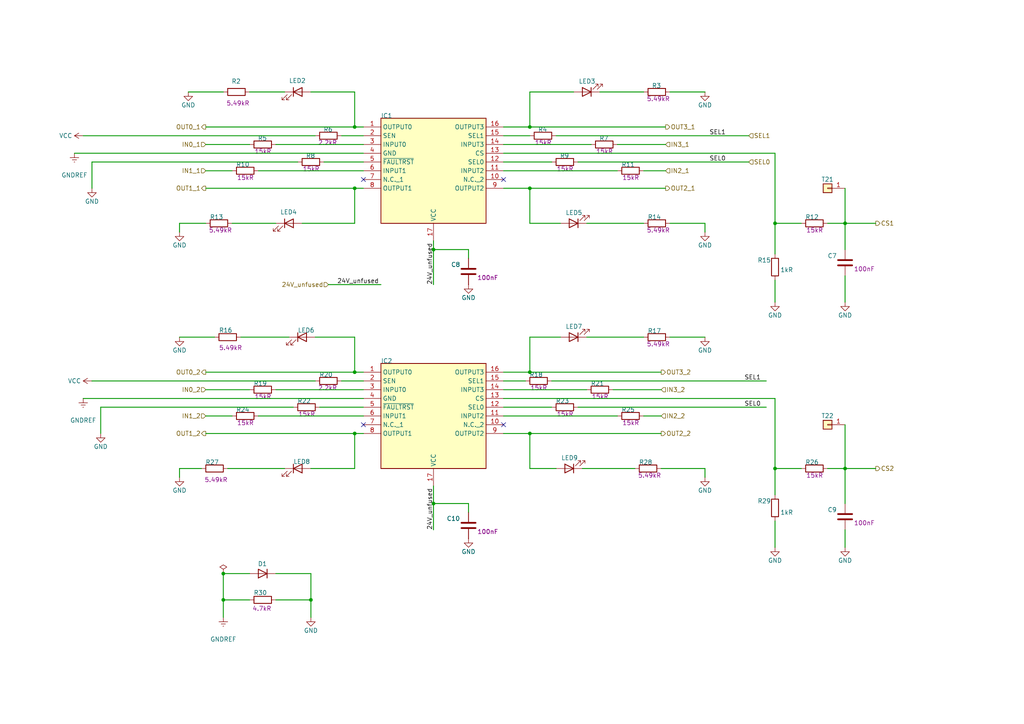
<source format=kicad_sch>
(kicad_sch (version 20231120) (generator "eeschema") (generator_version "8.0")
  (paper "A4")
  (title_block (title "Power Switches") (rev "1"))
  (junction (at 125.73 72.39))
  (junction (at 224.79 135.89))
  (junction (at 102.87 107.95))
  (junction (at 125.73 146.05))
  (junction (at 224.79 64.77))
  (junction (at 153.67 107.95))
  (junction (at 153.67 36.83))
  (junction (at 245.11 135.89))
  (junction (at 64.77 166.37))
  (junction (at 102.87 125.73))
  (junction (at 153.67 125.73))
  (junction (at 153.67 54.61))
  (junction (at 64.77 173.99))
  (junction (at 245.11 64.77))
  (junction (at 102.87 36.83))
  (junction (at 90.17 173.99))
  (junction (at 102.87 54.61))
  (no_connect (at 146.05 52.07))
  (no_connect (at 105.41 52.07))
  (no_connect (at 146.05 123.19))
  (no_connect (at 105.41 123.19))
  (wire (pts (xy 204.47 64.77) (xy 204.47 67.31)) (stroke (width 0.254)))
  (wire (pts (xy 64.77 173.99) (xy 64.77 166.37)) (stroke (width 0.254)))
  (wire (pts (xy 240.03 64.77) (xy 245.11 64.77)) (stroke (width 0.254)))
  (wire (pts (xy 87.63 64.77) (xy 102.87 64.77)) (stroke (width 0.254)))
  (wire (pts (xy 146.05 44.45) (xy 224.79 44.45)) (stroke (width 0.254)))
  (wire (pts (xy 186.69 49.53) (xy 193.04 49.53)) (stroke (width 0.254)))
  (wire (pts (xy 170.18 97.79) (xy 186.69 97.79)) (stroke (width 0.254)))
  (wire (pts (xy 179.07 41.91) (xy 193.04 41.91)) (stroke (width 0.254)))
  (wire (pts (xy 224.79 81.28) (xy 224.79 87.63)) (stroke (width 0.254)))
  (wire (pts (xy 99.06 110.49) (xy 105.41 110.49)) (stroke (width 0.254)))
  (wire (pts (xy 146.05 49.53) (xy 179.07 49.53)) (stroke (width 0.254)))
  (wire (pts (xy 52.07 67.31) (xy 52.07 64.77)) (stroke (width 0.254)))
  (wire (pts (xy 105.41 115.57) (xy 24.13 115.57)) (stroke (width 0.254)))
  (wire (pts (xy 166.37 26.67) (xy 153.67 26.67)) (stroke (width 0.254)))
  (wire (pts (xy 160.02 110.49) (xy 222.25 110.49)) (stroke (width 0.254)))
  (wire (pts (xy 245.11 87.63) (xy 245.11 80.01)) (stroke (width 0.254)))
  (wire (pts (xy 161.29 39.37) (xy 217.17 39.37)) (stroke (width 0.254)))
  (wire (pts (xy 102.87 26.67) (xy 102.87 36.83)) (stroke (width 0.254)))
  (wire (pts (xy 24.13 39.37) (xy 91.44 39.37)) (stroke (width 0.254)))
  (wire (pts (xy 224.79 64.77) (xy 224.79 73.66)) (stroke (width 0.254)))
  (wire (pts (xy 146.05 54.61) (xy 153.67 54.61)) (stroke (width 0.254)))
  (wire (pts (xy 162.56 97.79) (xy 153.67 97.79)) (stroke (width 0.254)))
  (wire (pts (xy 80.01 113.03) (xy 105.41 113.03)) (stroke (width 0.254)))
  (wire (pts (xy 167.64 46.99) (xy 217.17 46.99)) (stroke (width 0.254)))
  (wire (pts (xy 153.67 97.79) (xy 153.67 107.95)) (stroke (width 0.254)))
  (wire (pts (xy 245.11 135.89) (xy 254 135.89)) (stroke (width 0.254)))
  (wire (pts (xy 80.01 166.37) (xy 90.17 166.37)) (stroke (width 0.254)))
  (wire (pts (xy 224.79 135.89) (xy 232.41 135.89)) (stroke (width 0.254)))
  (wire (pts (xy 26.67 46.99) (xy 86.36 46.99)) (stroke (width 0.254)))
  (wire (pts (xy 105.41 125.73) (xy 102.87 125.73)) (stroke (width 0.254)))
  (wire (pts (xy 72.39 26.67) (xy 82.55 26.67)) (stroke (width 0.254)))
  (wire (pts (xy 59.69 120.65) (xy 67.31 120.65)) (stroke (width 0.254)))
  (wire (pts (xy 29.21 118.11) (xy 85.09 118.11)) (stroke (width 0.254)))
  (wire (pts (xy 245.11 72.39) (xy 245.11 64.77)) (stroke (width 0.254)))
  (wire (pts (xy 59.69 113.03) (xy 72.39 113.03)) (stroke (width 0.254)))
  (wire (pts (xy 146.05 39.37) (xy 153.67 39.37)) (stroke (width 0.254)))
  (wire (pts (xy 59.69 49.53) (xy 67.31 49.53)) (stroke (width 0.254)))
  (wire (pts (xy 52.07 64.77) (xy 59.69 64.77)) (stroke (width 0.254)))
  (wire (pts (xy 245.11 54.61) (xy 245.11 64.77)) (stroke (width 0.254)))
  (wire (pts (xy 26.67 46.99) (xy 26.67 54.61)) (stroke (width 0.254)))
  (wire (pts (xy 52.07 97.79) (xy 62.23 97.79)) (stroke (width 0.254)))
  (wire (pts (xy 102.87 125.73) (xy 59.69 125.73)) (stroke (width 0.254)))
  (wire (pts (xy 168.91 135.89) (xy 184.15 135.89)) (stroke (width 0.254)))
  (wire (pts (xy 69.85 97.79) (xy 83.82 97.79)) (stroke (width 0.254)))
  (wire (pts (xy 240.03 135.89) (xy 245.11 135.89)) (stroke (width 0.254)))
  (wire (pts (xy 146.05 120.65) (xy 179.07 120.65)) (stroke (width 0.254)))
  (wire (pts (xy 125.73 69.85) (xy 125.73 72.39)) (stroke (width 0.254)))
  (wire (pts (xy 105.41 44.45) (xy 21.59 44.45)) (stroke (width 0.254)))
  (wire (pts (xy 99.06 39.37) (xy 105.41 39.37)) (stroke (width 0.254)))
  (wire (pts (xy 74.93 120.65) (xy 105.41 120.65)) (stroke (width 0.254)))
  (wire (pts (xy 125.73 140.97) (xy 125.73 146.05)) (stroke (width 0.254)))
  (wire (pts (xy 153.67 107.95) (xy 191.77 107.95)) (stroke (width 0.254)))
  (wire (pts (xy 54.61 26.67) (xy 64.77 26.67)) (stroke (width 0.254)))
  (wire (pts (xy 52.07 138.43) (xy 52.07 135.89)) (stroke (width 0.254)))
  (wire (pts (xy 224.79 64.77) (xy 232.41 64.77)) (stroke (width 0.254)))
  (wire (pts (xy 90.17 166.37) (xy 90.17 173.99)) (stroke (width 0.254)))
  (wire (pts (xy 194.31 26.67) (xy 204.47 26.67)) (stroke (width 0.254)))
  (wire (pts (xy 146.05 115.57) (xy 224.79 115.57)) (stroke (width 0.254)))
  (wire (pts (xy 146.05 113.03) (xy 170.18 113.03)) (stroke (width 0.254)))
  (wire (pts (xy 167.64 118.11) (xy 222.25 118.11)) (stroke (width 0.254)))
  (wire (pts (xy 90.17 135.89) (xy 102.87 135.89)) (stroke (width 0.254)))
  (wire (pts (xy 59.69 41.91) (xy 72.39 41.91)) (stroke (width 0.254)))
  (wire (pts (xy 135.89 72.39) (xy 125.73 72.39)) (stroke (width 0.254)))
  (wire (pts (xy 146.05 46.99) (xy 160.02 46.99)) (stroke (width 0.254)))
  (wire (pts (xy 90.17 26.67) (xy 102.87 26.67)) (stroke (width 0.254)))
  (wire (pts (xy 59.69 54.61) (xy 102.87 54.61)) (stroke (width 0.254)))
  (wire (pts (xy 52.07 135.89) (xy 58.42 135.89)) (stroke (width 0.254)))
  (wire (pts (xy 146.05 118.11) (xy 160.02 118.11)) (stroke (width 0.254)))
  (wire (pts (xy 125.73 146.05) (xy 125.73 153.67)) (stroke (width 0.254)))
  (wire (pts (xy 153.67 54.61) (xy 193.04 54.61)) (stroke (width 0.254)))
  (wire (pts (xy 102.87 97.79) (xy 102.87 107.95)) (stroke (width 0.254)))
  (wire (pts (xy 224.79 115.57) (xy 224.79 135.89)) (stroke (width 0.254)))
  (wire (pts (xy 153.67 26.67) (xy 153.67 36.83)) (stroke (width 0.254)))
  (wire (pts (xy 102.87 54.61) (xy 105.41 54.61)) (stroke (width 0.254)))
  (wire (pts (xy 224.79 151.13) (xy 224.79 158.75)) (stroke (width 0.254)))
  (wire (pts (xy 245.11 64.77) (xy 254 64.77)) (stroke (width 0.254)))
  (wire (pts (xy 135.89 74.93) (xy 135.89 72.39)) (stroke (width 0.254)))
  (wire (pts (xy 194.31 64.77) (xy 204.47 64.77)) (stroke (width 0.254)))
  (wire (pts (xy 146.05 110.49) (xy 152.4 110.49)) (stroke (width 0.254)))
  (wire (pts (xy 80.01 41.91) (xy 105.41 41.91)) (stroke (width 0.254)))
  (wire (pts (xy 67.31 64.77) (xy 80.01 64.77)) (stroke (width 0.254)))
  (wire (pts (xy 245.11 123.19) (xy 245.11 135.89)) (stroke (width 0.254)))
  (wire (pts (xy 125.73 72.39) (xy 125.73 82.55)) (stroke (width 0.254)))
  (wire (pts (xy 146.05 125.73) (xy 153.67 125.73)) (stroke (width 0.254)))
  (wire (pts (xy 102.87 64.77) (xy 102.87 54.61)) (stroke (width 0.254)))
  (wire (pts (xy 26.67 110.49) (xy 91.44 110.49)) (stroke (width 0.254)))
  (wire (pts (xy 245.11 146.05) (xy 245.11 135.89)) (stroke (width 0.254)))
  (wire (pts (xy 186.69 120.65) (xy 191.77 120.65)) (stroke (width 0.254)))
  (wire (pts (xy 64.77 179.07) (xy 64.77 173.99)) (stroke (width 0.254)))
  (wire (pts (xy 135.89 148.59) (xy 135.89 146.05)) (stroke (width 0.254)))
  (wire (pts (xy 64.77 166.37) (xy 72.39 166.37)) (stroke (width 0.254)))
  (wire (pts (xy 194.31 97.79) (xy 204.47 97.79)) (stroke (width 0.254)))
  (wire (pts (xy 102.87 107.95) (xy 105.41 107.95)) (stroke (width 0.254)))
  (wire (pts (xy 93.98 46.99) (xy 105.41 46.99)) (stroke (width 0.254)))
  (wire (pts (xy 80.01 173.99) (xy 90.17 173.99)) (stroke (width 0.254)))
  (wire (pts (xy 153.67 135.89) (xy 153.67 125.73)) (stroke (width 0.254)))
  (wire (pts (xy 146.05 41.91) (xy 171.45 41.91)) (stroke (width 0.254)))
  (wire (pts (xy 161.29 135.89) (xy 153.67 135.89)) (stroke (width 0.254)))
  (wire (pts (xy 64.77 173.99) (xy 72.39 173.99)) (stroke (width 0.254)))
  (wire (pts (xy 74.93 49.53) (xy 105.41 49.53)) (stroke (width 0.254)))
  (wire (pts (xy 91.44 97.79) (xy 102.87 97.79)) (stroke (width 0.254)))
  (wire (pts (xy 95.25 82.55) (xy 110.49 82.55)) (stroke (width 0.254)))
  (wire (pts (xy 224.79 135.89) (xy 224.79 143.51)) (stroke (width 0.254)))
  (wire (pts (xy 90.17 173.99) (xy 90.17 179.07)) (stroke (width 0.254)))
  (wire (pts (xy 224.79 44.45) (xy 224.79 64.77)) (stroke (width 0.254)))
  (wire (pts (xy 173.99 26.67) (xy 186.69 26.67)) (stroke (width 0.254)))
  (wire (pts (xy 153.67 125.73) (xy 191.77 125.73)) (stroke (width 0.254)))
  (wire (pts (xy 177.8 113.03) (xy 191.77 113.03)) (stroke (width 0.254)))
  (wire (pts (xy 59.69 107.95) (xy 102.87 107.95)) (stroke (width 0.254)))
  (wire (pts (xy 146.05 36.83) (xy 153.67 36.83)) (stroke (width 0.254)))
  (wire (pts (xy 66.04 135.89) (xy 82.55 135.89)) (stroke (width 0.254)))
  (wire (pts (xy 204.47 135.89) (xy 204.47 138.43)) (stroke (width 0.254)))
  (wire (pts (xy 146.05 107.95) (xy 153.67 107.95)) (stroke (width 0.254)))
  (wire (pts (xy 59.69 36.83) (xy 102.87 36.83)) (stroke (width 0.254)))
  (wire (pts (xy 153.67 64.77) (xy 153.67 54.61)) (stroke (width 0.254)))
  (wire (pts (xy 102.87 36.83) (xy 105.41 36.83)) (stroke (width 0.254)))
  (wire (pts (xy 153.67 36.83) (xy 193.04 36.83)) (stroke (width 0.254)))
  (wire (pts (xy 92.71 118.11) (xy 105.41 118.11)) (stroke (width 0.254)))
  (wire (pts (xy 135.89 146.05) (xy 125.73 146.05)) (stroke (width 0.254)))
  (wire (pts (xy 102.87 135.89) (xy 102.87 125.73)) (stroke (width 0.254)))
  (wire (pts (xy 245.11 153.67) (xy 245.11 158.75)) (stroke (width 0.254)))
  (wire (pts (xy 191.77 135.89) (xy 204.47 135.89)) (stroke (width 0.254)))
  (wire (pts (xy 170.18 64.77) (xy 186.69 64.77)) (stroke (width 0.254)))
  (wire (pts (xy 162.56 64.77) (xy 153.67 64.77)) (stroke (width 0.254)))
  (wire (pts (xy 29.21 118.11) (xy 29.21 125.73)) (stroke (width 0.254)))
  (label "SEL1" (at 205.74 39.37 0))
  (label "24V_unfused" (at 97.79 82.55 0))
  (label "SEL0" (at 205.74 46.99 0))
  (label "SEL0" (at 215.9 118.11 0))
  (label "24V_unfused" (at 125.73 153.67 90))
  (label "24V_unfused" (at 125.73 82.55 90))
  (label "SEL1" (at 215.9 110.49 0))
  (hierarchical_label "SEL0" (shape input) (at 217.17 46.99 0))
  (hierarchical_label "OUT3_1" (shape output) (at 193.04 36.83 0))
  (hierarchical_label "CS1" (shape output) (at 254 64.77 0))
  (hierarchical_label "IN1_1" (shape input) (at 59.69 49.53 180))
  (hierarchical_label "CS2" (shape output) (at 254 135.89 0))
  (hierarchical_label "IN2_2" (shape input) (at 191.77 120.65 0))
  (hierarchical_label "IN3_1" (shape input) (at 193.04 41.91 0))
  (hierarchical_label "SEL1" (shape input) (at 217.17 39.37 0))
  (hierarchical_label "OUT1_1" (shape output) (at 59.69 54.61 180))
  (hierarchical_label "IN2_1" (shape input) (at 193.04 49.53 0))
  (hierarchical_label "OUT1_2" (shape output) (at 59.69 125.73 180))
  (hierarchical_label "IN0_2" (shape input) (at 59.69 113.03 180))
  (hierarchical_label "OUT0_2" (shape output) (at 59.69 107.95 180))
  (hierarchical_label "OUT2_1" (shape output) (at 193.04 54.61 0))
  (hierarchical_label "24V_unfused" (shape input) (at 95.25 82.55 180))
  (hierarchical_label "OUT2_2" (shape output) (at 191.77 125.73 0))
  (hierarchical_label "IN1_2" (shape input) (at 59.69 120.65 180))
  (hierarchical_label "OUT0_1" (shape output) (at 59.69 36.83 180))
  (hierarchical_label "IN0_1" (shape input) (at 59.69 41.91 180))
  (hierarchical_label "IN3_2" (shape input) (at 191.77 113.03 0))
  (hierarchical_label "OUT3_2" (shape output) (at 191.77 107.95 0))
  (symbol (lib_id "Device:R") (at 224.79 77.47 0) (unit 1)
    (property "Reference" "R15" (at 219.71 76.2 0) (effects (justify left bottom)))
    (property "Value" "1kR" (at 226.314 78.994 0) (effects (justify left bottom)))
    (property "Footprint" "Resistor_SMD:R_0805_2012Metric_Pad1.20x1.40mm_HandSolder" (effects (hide yes)))
    (property "Description" "ERJ-PB6B1001V" (effects (hide yes)))
  )
  (symbol (lib_id "power:PWR_FLAG") (at 64.77 166.37 0) (unit 1)
    (property "Reference" "#FLG08" (effects (hide yes)))
    (property "Value" "PWR_FLAG" (effects (hide yes)))
    (property "Description" "Special symbol for telling ERC where power comes from" (effects (hide yes)))
  )
  (symbol (lib_id "Device:R") (at 88.9 118.11 90) (unit 1)
    (property "Reference" "R22" (at 90.17 115.57 90) (effects (justify left bottom)))
    (property "Value" "15kR" (effects (hide yes)))
    (property "Footprint" "Resistor_SMD:R_0805_2012Metric_Pad1.20x1.40mm_HandSolder" (effects (hide yes)))
    (property "Description" "RT0805CRE0715KL" (effects (hide yes)))
    (property "ROHS COMPLIANT" "Yes" (effects (hide yes)))
    (property "CASE/PACKAGE" "0805" (effects (hide yes)))
    (property "MIN OPERATING TEMPERATURE" "-55°C" (effects (hide yes)))
    (property "TOLERANCE" "0.25%" (effects (hide yes)))
    (property "MAX OPERATING TEMPERATURE" "155°C" (effects (hide yes)))
    (property "RESISTOR TYPE" "FIXED RESISTOR" (effects (hide yes)))
    (property "PACKAGING" "Tape and Reel" (effects (hide yes)))
    (property "TEMPERATURE COEFFICIENT" "50ppm/°C" (effects (hide yes)))
    (property "ADDITIONAL FEATURE" "HIGH PRECISION" (effects (hide yes)))
    (property "CONSTRUCTION" "Chip" (effects (hide yes)))
    (property "MOUNTING TECHNOLOGY" "Surface Mount" (effects (hide yes)))
    (property "PACKAGE HEIGHT" "0.5mm" (effects (hide yes)))
    (property "PACKAGE LENGTH" "2mm" (effects (hide yes)))
    (property "PACKAGE STYLE" "SMTMeter" (effects (hide yes)))
    (property "PACKAGE WIDTH" "1.25mm" (effects (hide yes)))
    (property "PINS" "2" (effects (hide yes)))
    (property "POWER" "125mW" (effects (hide yes)))
    (property "RATED TEMPERATURE" "70°C" (effects (hide yes)))
    (property "REACH SVHC COMPLIANT" "Yes" (effects (hide yes)))
    (property "TECHNOLOGY" "THIN FILM" (effects (hide yes)))
    (property "TERMINATION" "Wraparound" (effects (hide yes)))
    (property "ALTIUM_VALUE" "15kR" (at 91.44 119.38 90) (effects (justify left bottom)))
    (property "WORKING VOLTAGE" "150V" (effects (hide yes)))
  )
  (symbol (lib_id "power:GNDREF") (at 24.13 115.57 0) (unit 1)
    (property "Reference" "#PWR?" (effects (hide yes)))
    (property "Value" "GNDREF" (at 24.13 121.92 0))
    (property "Description" "Power symbol creates a global label with name \"GNDREF\" , reference supply ground" (effects (hide yes)))
  )
  (symbol (lib_id "Device:D") (at 76.2 166.37 180) (unit 1)
    (property "Reference" "D1" (at 77.47 162.814 0) (effects (justify left bottom)))
    (property "Value" "S1M-13-F" (effects (hide yes)))
    (property "Footprint" "Diode_SMD:D_SMA_Handsoldering" (effects (hide yes)))
    (property "FORWARD VOLTAGE" "1.1V" (effects (hide yes)))
    (property "MAX OPERATING TEMPERATURE" "150°C" (effects (hide yes)))
    (property "MIN OPERATING TEMPERATURE" "-65°C" (effects (hide yes)))
    (property "ADDITIONAL FEATURE" "HIGH RELIABILITY" (effects (hide yes)))
    (property "DIODE ELEMENT MATERIAL" "SILICON" (effects (hide yes)))
    (property "DIODE TYPE" "RECTIFIER" (effects (hide yes)))
    (property "JESD-30 CODE" "R-PDSO-C2" (effects (hide yes)))
    (property "JESD-609 CODE" "e3" (effects (hide yes)))
    (property "MAX OUTPUT CURRENT" "1A" (effects (hide yes)))
    (property "MOISTURE SENSITIVITY LEVEL" "1" (effects (hide yes)))
    (property "NON-REP PK FORWARD CURRENT-MAX" "30A" (effects (hide yes)))
    (property "NUMBER OF ELEMENTS" "1" (effects (hide yes)))
    (property "PACKAGE BODY MATERIAL" "Plastic" (effects (hide yes)))
    (property "PACKAGE SHAPE" "Rectangular" (effects (hide yes)))
    (property "PACKAGE STYLE" "SMALL OUTLINEMeter" (effects (hide yes)))
    (property "PEAK REFLOW TEMPERATURE (CEL)" "260°C" (effects (hide yes)))
    (property "PINS" "2" (effects (hide yes)))
    (property "QUALIFICATION STATUS" "Not Qualified" (effects (hide yes)))
    (property "REACH SVHC COMPLIANT" "No" (effects (hide yes)))
    (property "REP PK REVERSE VOLTAGE-MAX" "1kV" (effects (hide yes)))
    (property "REVERSE RECOVERY TIME-MAX" "3us" (effects (hide yes)))
    (property "ROHS COMPLIANT" "Yes" (effects (hide yes)))
    (property "SURFACE MOUNT" "Yes" (effects (hide yes)))
    (property "TERMINAL FINISH" "Tin" (effects (hide yes)))
    (property "TERMINAL FORM" "C BEND" (effects (hide yes)))
    (property "TERMINAL POSITION" "DUAL" (effects (hide yes)))
    (property "TIME @ PEAK REFLOW TEMPERATURE-MAX (S)" "40s" (effects (hide yes)))
  )
  (symbol (lib_id "Device:R") (at 76.2 41.91 90) (unit 1)
    (property "Reference" "R5" (at 77.47 39.37 90) (effects (justify left bottom)))
    (property "Value" "15kR" (effects (hide yes)))
    (property "Footprint" "Resistor_SMD:R_0805_2012Metric_Pad1.20x1.40mm_HandSolder" (effects (hide yes)))
    (property "Description" "RT0805CRE0715KL" (effects (hide yes)))
    (property "ROHS COMPLIANT" "Yes" (effects (hide yes)))
    (property "CASE/PACKAGE" "0805" (effects (hide yes)))
    (property "MIN OPERATING TEMPERATURE" "-55°C" (effects (hide yes)))
    (property "TOLERANCE" "0.25%" (effects (hide yes)))
    (property "MAX OPERATING TEMPERATURE" "155°C" (effects (hide yes)))
    (property "RESISTOR TYPE" "FIXED RESISTOR" (effects (hide yes)))
    (property "PACKAGING" "Tape and Reel" (effects (hide yes)))
    (property "TEMPERATURE COEFFICIENT" "50ppm/°C" (effects (hide yes)))
    (property "ADDITIONAL FEATURE" "HIGH PRECISION" (effects (hide yes)))
    (property "CONSTRUCTION" "Chip" (effects (hide yes)))
    (property "MOUNTING TECHNOLOGY" "Surface Mount" (effects (hide yes)))
    (property "PACKAGE HEIGHT" "0.5mm" (effects (hide yes)))
    (property "PACKAGE LENGTH" "2mm" (effects (hide yes)))
    (property "PACKAGE STYLE" "SMTMeter" (effects (hide yes)))
    (property "PACKAGE WIDTH" "1.25mm" (effects (hide yes)))
    (property "PINS" "2" (effects (hide yes)))
    (property "POWER" "125mW" (effects (hide yes)))
    (property "RATED TEMPERATURE" "70°C" (effects (hide yes)))
    (property "REACH SVHC COMPLIANT" "Yes" (effects (hide yes)))
    (property "TECHNOLOGY" "THIN FILM" (effects (hide yes)))
    (property "TERMINATION" "Wraparound" (effects (hide yes)))
    (property "ALTIUM_VALUE" "15kR" (at 78.74 43.18 90) (effects (justify left bottom)))
    (property "WORKING VOLTAGE" "150V" (effects (hide yes)))
  )
  (symbol (lib_id "Device:LED") (at 83.82 64.77 0) (unit 1)
    (property "Reference" "LED4" (at 81.28 62.23 0) (effects (justify left bottom)))
    (property "Value" "SML-210YTT86M" (effects (hide yes)))
    (property "Footprint" "LED_SMD:LED_0805_2012Metric_Pad1.15x1.40mm_HandSolder" (effects (hide yes)))
    (property "Description" "Yellow LED" (effects (hide yes)))
    (property "DATASHEET LINK" "https://componentsearchengine.com/Datasheets/2/SML-210YTT86M.pdf" (effects (hide yes)))
    (property "HEIGHT" "0.9mm" (effects (hide yes)))
    (property "MANUFACTURER_NAME" "ROHM Semiconductor" (effects (hide yes)))
    (property "MANUFACTURER_PART_NUMBER" "SML-210YTT86M" (effects (hide yes)))
    (property "COLOUR" "Yellow" (effects (hide yes)))
  )
  (symbol (lib_id "Device:R") (at 182.88 120.65 90) (unit 1)
    (property "Reference" "R25" (at 184.15 118.11 90) (effects (justify left bottom)))
    (property "Value" "15kR" (effects (hide yes)))
    (property "Footprint" "Resistor_SMD:R_0805_2012Metric_Pad1.20x1.40mm_HandSolder" (effects (hide yes)))
    (property "Description" "RT0805CRE0715KL" (effects (hide yes)))
    (property "ROHS COMPLIANT" "Yes" (effects (hide yes)))
    (property "CASE/PACKAGE" "0805" (effects (hide yes)))
    (property "MIN OPERATING TEMPERATURE" "-55°C" (effects (hide yes)))
    (property "TOLERANCE" "0.25%" (effects (hide yes)))
    (property "MAX OPERATING TEMPERATURE" "155°C" (effects (hide yes)))
    (property "RESISTOR TYPE" "FIXED RESISTOR" (effects (hide yes)))
    (property "PACKAGING" "Tape and Reel" (effects (hide yes)))
    (property "TEMPERATURE COEFFICIENT" "50ppm/°C" (effects (hide yes)))
    (property "ADDITIONAL FEATURE" "HIGH PRECISION" (effects (hide yes)))
    (property "CONSTRUCTION" "Chip" (effects (hide yes)))
    (property "MOUNTING TECHNOLOGY" "Surface Mount" (effects (hide yes)))
    (property "PACKAGE HEIGHT" "0.5mm" (effects (hide yes)))
    (property "PACKAGE LENGTH" "2mm" (effects (hide yes)))
    (property "PACKAGE STYLE" "SMTMeter" (effects (hide yes)))
    (property "PACKAGE WIDTH" "1.25mm" (effects (hide yes)))
    (property "PINS" "2" (effects (hide yes)))
    (property "POWER" "125mW" (effects (hide yes)))
    (property "RATED TEMPERATURE" "70°C" (effects (hide yes)))
    (property "REACH SVHC COMPLIANT" "Yes" (effects (hide yes)))
    (property "TECHNOLOGY" "THIN FILM" (effects (hide yes)))
    (property "TERMINATION" "Wraparound" (effects (hide yes)))
    (property "ALTIUM_VALUE" "15kR" (at 185.42 121.92 90) (effects (justify left bottom)))
    (property "WORKING VOLTAGE" "150V" (effects (hide yes)))
  )
  (symbol (lib_id "Device:LED") (at 87.63 97.79 0) (unit 1)
    (property "Reference" "LED6" (at 86.36 96.52 0) (effects (justify left bottom)))
    (property "Value" "SML-H12D8TT86" (effects (hide yes)))
    (property "Footprint" "LED_SMD:LED_0805_2012Metric_Pad1.15x1.40mm_HandSolder" (effects (hide yes)))
    (property "Description" "Orange LED" (effects (hide yes)))
    (property "DATASHEET LINK" "https://datasheet.datasheetarchive.com/originals/distributors/DKDS-18/357140.pdf" (effects (hide yes)))
    (property "HEIGHT" "0.9mm" (effects (hide yes)))
    (property "MANUFACTURER_NAME" "ROHM Semiconductor" (effects (hide yes)))
    (property "MANUFACTURER_PART_NUMBER" "SML-H12D8TT86" (effects (hide yes)))
    (property "MOUSER PART NUMBER" "755-SML-H12D8TT86" (effects (hide yes)))
    (property "MOUSER PRICE/STOCK" "https://www.mouser.co.uk/ProductDetail/ROHM-Semiconductor/SML-H12D8TT86?qs=SP2aZMzhwxiz9%252BUGDYiyAA%3D%3D" (effects (hide yes)))
    (property "COLOUR" "Orange" (effects (hide yes)))
  )
  (symbol (lib_id "Device:R") (at 236.22 135.89 90) (unit 1)
    (property "Reference" "R26" (at 237.49 133.35 90) (effects (justify left bottom)))
    (property "Value" "15kR" (effects (hide yes)))
    (property "Footprint" "Resistor_SMD:R_0805_2012Metric_Pad1.20x1.40mm_HandSolder" (effects (hide yes)))
    (property "Description" "RT0805CRE0715KL" (effects (hide yes)))
    (property "ROHS COMPLIANT" "Yes" (effects (hide yes)))
    (property "CASE/PACKAGE" "0805" (effects (hide yes)))
    (property "MIN OPERATING TEMPERATURE" "-55°C" (effects (hide yes)))
    (property "TOLERANCE" "0.25%" (effects (hide yes)))
    (property "MAX OPERATING TEMPERATURE" "155°C" (effects (hide yes)))
    (property "RESISTOR TYPE" "FIXED RESISTOR" (effects (hide yes)))
    (property "PACKAGING" "Tape and Reel" (effects (hide yes)))
    (property "TEMPERATURE COEFFICIENT" "50ppm/°C" (effects (hide yes)))
    (property "ADDITIONAL FEATURE" "HIGH PRECISION" (effects (hide yes)))
    (property "CONSTRUCTION" "Chip" (effects (hide yes)))
    (property "MOUNTING TECHNOLOGY" "Surface Mount" (effects (hide yes)))
    (property "PACKAGE HEIGHT" "0.5mm" (effects (hide yes)))
    (property "PACKAGE LENGTH" "2mm" (effects (hide yes)))
    (property "PACKAGE STYLE" "SMTMeter" (effects (hide yes)))
    (property "PACKAGE WIDTH" "1.25mm" (effects (hide yes)))
    (property "PINS" "2" (effects (hide yes)))
    (property "POWER" "125mW" (effects (hide yes)))
    (property "RATED TEMPERATURE" "70°C" (effects (hide yes)))
    (property "REACH SVHC COMPLIANT" "Yes" (effects (hide yes)))
    (property "TECHNOLOGY" "THIN FILM" (effects (hide yes)))
    (property "TERMINATION" "Wraparound" (effects (hide yes)))
    (property "ALTIUM_VALUE" "15kR" (at 238.76 137.16 90) (effects (justify left bottom)))
    (property "WORKING VOLTAGE" "150V" (effects (hide yes)))
  )
  (symbol (lib_id "Device:R") (at 190.5 97.79 90) (unit 1)
    (property "Reference" "R17" (at 191.77 95.25 90) (effects (justify left bottom)))
    (property "Value" "5.49kR" (effects (hide yes)))
    (property "Footprint" "Resistor_SMD:R_0805_2012Metric_Pad1.20x1.40mm_HandSolder" (effects (hide yes)))
    (property "Description" "AC0805FR-075K49L" (effects (hide yes)))
    (property "TOLERANCE" "0.01" (effects (hide yes)))
    (property "DEVICE CLASS L3" "Chip SMD Resistors" (effects (hide yes)))
    (property "AUTOMOTIVE" "Yes" (effects (hide yes)))
    (property "ROHS" "TRUE" (effects (hide yes)))
    (property "AUTOMOTIVE GRADE" "Grade 0" (effects (hide yes)))
    (property "MANUFACTURER PART NUMBER" "AC0805FR-075K49L" (effects (hide yes)))
    (property "HEIGHT" "0.6mm" (effects (hide yes)))
    (property "MANUFACTURER" "Yageo" (effects (hide yes)))
    (property "PACKAGE" "AC0805" (effects (hide yes)))
    (property "COMPOSITION" "Thick Film" (effects (hide yes)))
    (property "DEVICE CLASS L1" "Passive Components" (effects (hide yes)))
    (property "TEMPERATURE" "-55°C to +155°C" (effects (hide yes)))
    (property "COMPONENTLINK2URL" "http://www.yageo.com/documents/recent/PYu-AC_51_RoHS_L_6.pdf" (effects (hide yes)))
    (property "IPC LAND PATTERN NAME" "RESC200125X50" (effects (hide yes)))
    (property "CATEGORY" "Res" (effects (hide yes)))
    (property "ALTIUM_VALUE" "5.49kR" (at 194.31 99.06 90) (effects (justify left bottom)))
    (property "OCTOPART" "https://octopart.com/ac0805fr-075k49l-yageo-71367778" (effects (hide yes)))
    (property "RESISTANCE" "5.49KΩ" (effects (hide yes)))
    (property "COMPONENTLINK2DESCRIPTION" "Datasheet" (effects (hide yes)))
    (property "SERIES" "AC" (effects (hide yes)))
    (property "TEMPERATURE RANGE HIGH" "+155°C" (effects (hide yes)))
    (property "DIGIKEY DESCRIPTION" "Res SMD 5.49K Ohm 1% 1/8W 0805" (effects (hide yes)))
    (property "FOOTPRINT URL" "http://www.yageo.com/exep/pages/download/literatures/PYu-R_Mount_10.pdf" (effects (hide yes)))
    (property "VOLTAGE RATING" "150V" (effects (hide yes)))
    (property "POWER RATING" "1/8W" (effects (hide yes)))
    (property "TEMPERATURE RANGE LOW" "-55°C" (effects (hide yes)))
    (property "DEVICE CLASS L2" "Resistors" (effects (hide yes)))
    (property "LEAD FREE" "Yes" (effects (hide yes)))
  )
  (symbol (lib_id "power:VCC") (at 24.13 39.37 90) (unit 1)
    (property "Reference" "#PWR?" (effects (hide yes)))
    (property "Value" "VCC" (at 19.05 39.37 90))
    (property "Description" "Power symbol creates a global label with name \"VCC\"" (effects (hide yes)))
  )
  (symbol (lib_id "Device:C") (at 135.89 152.4 0) (unit 1)
    (property "Reference" "C10" (at 129.54 151.13 0) (effects (justify left bottom)))
    (property "Value" "100nF" (effects (hide yes)))
    (property "Footprint" "Capacitor_SMD:C_0805_2012Metric_Pad1.18x1.45mm_HandSolder" (effects (hide yes)))
    (property "Description" "08055C104KAT4A" (effects (hide yes)))
    (property "HEIGHT" "0.94mm" (effects (hide yes)))
    (property "ALTIUM_VALUE" "100nF" (at 138.43 154.94 0) (effects (justify left bottom)))
    (property "CAPACITOR TYPE" "Ceramic" (effects (hide yes)))
    (property "CASE/PACKAGE" "0805" (effects (hide yes)))
    (property "DIELECTRIC MATERIAL" "Ceramic" (effects (hide yes)))
    (property "JESD-609 CODE" "e3" (effects (hide yes)))
    (property "LENGTH" "2.01mm" (effects (hide yes)))
    (property "MAX OPERATING TEMPERATURE" "125°C" (effects (hide yes)))
    (property "MIN OPERATING TEMPERATURE" "-55°C" (effects (hide yes)))
    (property "MOUNTING TECHNOLOGY" "Surface Mount" (effects (hide yes)))
    (property "MULTILAYER" "Yes" (effects (hide yes)))
    (property "PACKAGE SHAPE" "Rectangular" (effects (hide yes)))
    (property "PACKAGE STYLE" "SMTMeter" (effects (hide yes)))
    (property "PACKAGING" "Tape and Reel" (effects (hide yes)))
    (property "PINS" "2" (effects (hide yes)))
    (property "RATED DC VOLTAGE (URDC)" "50V" (effects (hide yes)))
    (property "REACH SVHC COMPLIANT" "Yes" (effects (hide yes)))
    (property "ROHS COMPLIANT" "Yes" (effects (hide yes)))
    (property "TEMPERATURE CHARACTERISTICS CODE" "X7R" (effects (hide yes)))
    (property "TERMINAL FINISH" "Nickel" (effects (hide yes)))
    (property "TERMINATION" "Wraparound" (effects (hide yes)))
    (property "TOLERANCE  (FILL IN AS +-)" "10%" (effects (hide yes)))
    (property "TOLERANCE (FILL IN AS +-)" "10%" (effects (hide yes)))
    (property "WIDTH" "1.25mm" (effects (hide yes)))
  )
  (symbol (lib_id "Device:R") (at 62.23 135.89 90) (unit 1)
    (property "Reference" "R27" (at 63.5 133.35 90) (effects (justify left bottom)))
    (property "Value" "5.49kR" (effects (hide yes)))
    (property "Footprint" "Resistor_SMD:R_0805_2012Metric_Pad1.20x1.40mm_HandSolder" (effects (hide yes)))
    (property "Description" "AC0805FR-075K49L" (effects (hide yes)))
    (property "TOLERANCE" "0.01" (effects (hide yes)))
    (property "DEVICE CLASS L3" "Chip SMD Resistors" (effects (hide yes)))
    (property "AUTOMOTIVE" "Yes" (effects (hide yes)))
    (property "ROHS" "TRUE" (effects (hide yes)))
    (property "AUTOMOTIVE GRADE" "Grade 0" (effects (hide yes)))
    (property "MANUFACTURER PART NUMBER" "AC0805FR-075K49L" (effects (hide yes)))
    (property "HEIGHT" "0.6mm" (effects (hide yes)))
    (property "MANUFACTURER" "Yageo" (effects (hide yes)))
    (property "PACKAGE" "AC0805" (effects (hide yes)))
    (property "COMPOSITION" "Thick Film" (effects (hide yes)))
    (property "DEVICE CLASS L1" "Passive Components" (effects (hide yes)))
    (property "TEMPERATURE" "-55°C to +155°C" (effects (hide yes)))
    (property "COMPONENTLINK2URL" "http://www.yageo.com/documents/recent/PYu-AC_51_RoHS_L_6.pdf" (effects (hide yes)))
    (property "IPC LAND PATTERN NAME" "RESC200125X50" (effects (hide yes)))
    (property "CATEGORY" "Res" (effects (hide yes)))
    (property "ALTIUM_VALUE" "5.49kR" (at 66.04 138.43 90) (effects (justify left bottom)))
    (property "OCTOPART" "https://octopart.com/ac0805fr-075k49l-yageo-71367778" (effects (hide yes)))
    (property "RESISTANCE" "5.49KΩ" (effects (hide yes)))
    (property "COMPONENTLINK2DESCRIPTION" "Datasheet" (effects (hide yes)))
    (property "SERIES" "AC" (effects (hide yes)))
    (property "TEMPERATURE RANGE HIGH" "+155°C" (effects (hide yes)))
    (property "DIGIKEY DESCRIPTION" "Res SMD 5.49K Ohm 1% 1/8W 0805" (effects (hide yes)))
    (property "FOOTPRINT URL" "http://www.yageo.com/exep/pages/download/literatures/PYu-R_Mount_10.pdf" (effects (hide yes)))
    (property "VOLTAGE RATING" "150V" (effects (hide yes)))
    (property "POWER RATING" "1/8W" (effects (hide yes)))
    (property "TEMPERATURE RANGE LOW" "-55°C" (effects (hide yes)))
    (property "DEVICE CLASS L2" "Resistors" (effects (hide yes)))
    (property "LEAD FREE" "Yes" (effects (hide yes)))
  )
  (symbol (lib_id "Untitled-altium-import:root_0_VNQ9080AJTR") (at 105.41 36.83 0) (unit 1)
    (property "Reference" "IC1" (at 110.49 34.29 0) (effects (justify left bottom)))
    (property "Value" "VNQ9080AJTR" (effects (hide yes)))
    (property "Footprint" "SamacSys.PcbLib:SOP50P600X170-17N" (effects (hide yes)))
    (property "DATASHEET LINK" "https://www.st.com/resource/en/datasheet/vnq9080aj.pdf" (effects (hide yes)))
    (property "HEIGHT" "1.7mm" (effects (hide yes)))
    (property "MANUFACTURER_NAME" "STMicroelectronics" (effects (hide yes)))
    (property "MANUFACTURER_PART_NUMBER" "VNQ9080AJTR" (effects (hide yes)))
    (property "MOUSER PART NUMBER" "511-VNQ9080AJTR" (effects (hide yes)))
    (property "MOUSER PRICE/STOCK" "https://www.mouser.co.uk/ProductDetail/STMicroelectronics/VNQ9080AJTR?qs=MyNHzdoqoQKvlnwVdNzF7A%3D%3D" (effects (hide yes)))
  )
  (symbol (lib_id "power:GNDREF") (at 64.77 179.07 0) (unit 1)
    (property "Reference" "#PWR?" (effects (hide yes)))
    (property "Value" "GNDREF" (at 64.77 185.42 0))
    (property "Description" "Power symbol creates a global label with name \"GNDREF\" , reference supply ground" (effects (hide yes)))
  )
  (symbol (lib_id "Connector_Generic:Conn_01x01") (at 240.03 54.61 180) (unit 1) (in_bom no)
    (property "Reference" "T21" (at 241.808 51.308 0) (effects (justify left bottom)))
    (property "Value" "Conn_01x01" (effects (hide yes)))
    (property "Footprint" "TestPoint:TestPoint_THTPad_D1.5mm_Drill0.7mm" (effects (hide yes)))
    (property "Description" "Generic connector, single row, 01x01, script generated (kicad-library-utils/schlib/autogen/connector/)" (effects (hide yes)))
  )
  (symbol (lib_id "power:GND") (at 52.07 97.79 0) (unit 1)
    (property "Reference" "#PWR?" (effects (hide yes)))
    (property "Value" "GND" (at 52.07 101.6 0))
    (property "Description" "Power symbol creates a global label with name \"GND\" , ground" (effects (hide yes)))
  )
  (symbol (lib_id "power:GND") (at 204.47 26.67 0) (unit 1)
    (property "Reference" "#PWR?" (effects (hide yes)))
    (property "Value" "GND" (at 204.47 30.48 0))
    (property "Description" "Power symbol creates a global label with name \"GND\" , ground" (effects (hide yes)))
  )
  (symbol (lib_id "Untitled-altium-import:root_0_VNQ9080AJTR") (at 105.41 107.95 0) (unit 1)
    (property "Reference" "IC2" (at 110.49 105.41 0) (effects (justify left bottom)))
    (property "Value" "VNQ9080AJTR" (effects (hide yes)))
    (property "Footprint" "SamacSys.PcbLib:SOP50P600X170-17N" (effects (hide yes)))
    (property "DATASHEET LINK" "https://www.st.com/resource/en/datasheet/vnq9080aj.pdf" (effects (hide yes)))
    (property "HEIGHT" "1.7mm" (effects (hide yes)))
    (property "MANUFACTURER_NAME" "STMicroelectronics" (effects (hide yes)))
    (property "MANUFACTURER_PART_NUMBER" "VNQ9080AJTR" (effects (hide yes)))
    (property "MOUSER PART NUMBER" "511-VNQ9080AJTR" (effects (hide yes)))
    (property "MOUSER PRICE/STOCK" "https://www.mouser.co.uk/ProductDetail/STMicroelectronics/VNQ9080AJTR?qs=MyNHzdoqoQKvlnwVdNzF7A%3D%3D" (effects (hide yes)))
  )
  (symbol (lib_id "power:GND") (at 204.47 138.43 0) (unit 1)
    (property "Reference" "#PWR?" (effects (hide yes)))
    (property "Value" "GND" (at 204.47 142.24 0))
    (property "Description" "Power symbol creates a global label with name \"GND\" , ground" (effects (hide yes)))
  )
  (symbol (lib_id "Device:R") (at 90.17 46.99 90) (unit 1)
    (property "Reference" "R8" (at 91.44 44.45 90) (effects (justify left bottom)))
    (property "Value" "15kR" (effects (hide yes)))
    (property "Footprint" "Resistor_SMD:R_0805_2012Metric_Pad1.20x1.40mm_HandSolder" (effects (hide yes)))
    (property "Description" "RT0805CRE0715KL" (effects (hide yes)))
    (property "ROHS COMPLIANT" "Yes" (effects (hide yes)))
    (property "CASE/PACKAGE" "0805" (effects (hide yes)))
    (property "MIN OPERATING TEMPERATURE" "-55°C" (effects (hide yes)))
    (property "TOLERANCE" "0.25%" (effects (hide yes)))
    (property "MAX OPERATING TEMPERATURE" "155°C" (effects (hide yes)))
    (property "RESISTOR TYPE" "FIXED RESISTOR" (effects (hide yes)))
    (property "PACKAGING" "Tape and Reel" (effects (hide yes)))
    (property "TEMPERATURE COEFFICIENT" "50ppm/°C" (effects (hide yes)))
    (property "ADDITIONAL FEATURE" "HIGH PRECISION" (effects (hide yes)))
    (property "CONSTRUCTION" "Chip" (effects (hide yes)))
    (property "MOUNTING TECHNOLOGY" "Surface Mount" (effects (hide yes)))
    (property "PACKAGE HEIGHT" "0.5mm" (effects (hide yes)))
    (property "PACKAGE LENGTH" "2mm" (effects (hide yes)))
    (property "PACKAGE STYLE" "SMTMeter" (effects (hide yes)))
    (property "PACKAGE WIDTH" "1.25mm" (effects (hide yes)))
    (property "PINS" "2" (effects (hide yes)))
    (property "POWER" "125mW" (effects (hide yes)))
    (property "RATED TEMPERATURE" "70°C" (effects (hide yes)))
    (property "REACH SVHC COMPLIANT" "Yes" (effects (hide yes)))
    (property "TECHNOLOGY" "THIN FILM" (effects (hide yes)))
    (property "TERMINATION" "Wraparound" (effects (hide yes)))
    (property "ALTIUM_VALUE" "15kR" (at 92.71 48.26 90) (effects (justify left bottom)))
    (property "WORKING VOLTAGE" "150V" (effects (hide yes)))
  )
  (symbol (lib_id "power:GND") (at 245.11 158.75 0) (unit 1)
    (property "Reference" "#PWR?" (effects (hide yes)))
    (property "Value" "GND" (at 245.11 162.56 0))
    (property "Description" "Power symbol creates a global label with name \"GND\" , ground" (effects (hide yes)))
  )
  (symbol (lib_id "Device:C") (at 245.11 149.86 0) (unit 1)
    (property "Reference" "C9" (at 240.03 148.59 0) (effects (justify left bottom)))
    (property "Value" "100nF" (effects (hide yes)))
    (property "Footprint" "Capacitor_SMD:C_0805_2012Metric_Pad1.18x1.45mm_HandSolder" (effects (hide yes)))
    (property "Description" "08055C104KAT4A" (effects (hide yes)))
    (property "HEIGHT" "0.94mm" (effects (hide yes)))
    (property "ALTIUM_VALUE" "100nF" (at 247.65 152.4 0) (effects (justify left bottom)))
    (property "CAPACITOR TYPE" "Ceramic" (effects (hide yes)))
    (property "CASE/PACKAGE" "0805" (effects (hide yes)))
    (property "DIELECTRIC MATERIAL" "Ceramic" (effects (hide yes)))
    (property "JESD-609 CODE" "e3" (effects (hide yes)))
    (property "LENGTH" "2.01mm" (effects (hide yes)))
    (property "MAX OPERATING TEMPERATURE" "125°C" (effects (hide yes)))
    (property "MIN OPERATING TEMPERATURE" "-55°C" (effects (hide yes)))
    (property "MOUNTING TECHNOLOGY" "Surface Mount" (effects (hide yes)))
    (property "MULTILAYER" "Yes" (effects (hide yes)))
    (property "PACKAGE SHAPE" "Rectangular" (effects (hide yes)))
    (property "PACKAGE STYLE" "SMTMeter" (effects (hide yes)))
    (property "PACKAGING" "Tape and Reel" (effects (hide yes)))
    (property "PINS" "2" (effects (hide yes)))
    (property "RATED DC VOLTAGE (URDC)" "50V" (effects (hide yes)))
    (property "REACH SVHC COMPLIANT" "Yes" (effects (hide yes)))
    (property "ROHS COMPLIANT" "Yes" (effects (hide yes)))
    (property "TEMPERATURE CHARACTERISTICS CODE" "X7R" (effects (hide yes)))
    (property "TERMINAL FINISH" "Nickel" (effects (hide yes)))
    (property "TERMINATION" "Wraparound" (effects (hide yes)))
    (property "TOLERANCE  (FILL IN AS +-)" "10%" (effects (hide yes)))
    (property "TOLERANCE (FILL IN AS +-)" "10%" (effects (hide yes)))
    (property "WIDTH" "1.25mm" (effects (hide yes)))
  )
  (symbol (lib_id "Device:C") (at 245.11 76.2 0) (unit 1)
    (property "Reference" "C7" (at 240.03 74.93 0) (effects (justify left bottom)))
    (property "Value" "100nF" (effects (hide yes)))
    (property "Footprint" "Capacitor_SMD:C_0805_2012Metric_Pad1.18x1.45mm_HandSolder" (effects (hide yes)))
    (property "Description" "08055C104KAT4A" (effects (hide yes)))
    (property "HEIGHT" "0.94mm" (effects (hide yes)))
    (property "ALTIUM_VALUE" "100nF" (at 247.65 78.74 0) (effects (justify left bottom)))
    (property "CAPACITOR TYPE" "Ceramic" (effects (hide yes)))
    (property "CASE/PACKAGE" "0805" (effects (hide yes)))
    (property "DIELECTRIC MATERIAL" "Ceramic" (effects (hide yes)))
    (property "JESD-609 CODE" "e3" (effects (hide yes)))
    (property "LENGTH" "2.01mm" (effects (hide yes)))
    (property "MAX OPERATING TEMPERATURE" "125°C" (effects (hide yes)))
    (property "MIN OPERATING TEMPERATURE" "-55°C" (effects (hide yes)))
    (property "MOUNTING TECHNOLOGY" "Surface Mount" (effects (hide yes)))
    (property "MULTILAYER" "Yes" (effects (hide yes)))
    (property "PACKAGE SHAPE" "Rectangular" (effects (hide yes)))
    (property "PACKAGE STYLE" "SMTMeter" (effects (hide yes)))
    (property "PACKAGING" "Tape and Reel" (effects (hide yes)))
    (property "PINS" "2" (effects (hide yes)))
    (property "RATED DC VOLTAGE (URDC)" "50V" (effects (hide yes)))
    (property "REACH SVHC COMPLIANT" "Yes" (effects (hide yes)))
    (property "ROHS COMPLIANT" "Yes" (effects (hide yes)))
    (property "TEMPERATURE CHARACTERISTICS CODE" "X7R" (effects (hide yes)))
    (property "TERMINAL FINISH" "Nickel" (effects (hide yes)))
    (property "TERMINATION" "Wraparound" (effects (hide yes)))
    (property "TOLERANCE  (FILL IN AS +-)" "10%" (effects (hide yes)))
    (property "TOLERANCE (FILL IN AS +-)" "10%" (effects (hide yes)))
    (property "WIDTH" "1.25mm" (effects (hide yes)))
  )
  (symbol (lib_id "power:GND") (at 224.79 87.63 0) (unit 1)
    (property "Reference" "#PWR?" (effects (hide yes)))
    (property "Value" "GND" (at 224.79 91.44 0))
    (property "Description" "Power symbol creates a global label with name \"GND\" , ground" (effects (hide yes)))
  )
  (symbol (lib_id "power:GND") (at 54.61 26.67 0) (unit 1)
    (property "Reference" "#PWR?" (effects (hide yes)))
    (property "Value" "GND" (at 54.61 30.48 0))
    (property "Description" "Power symbol creates a global label with name \"GND\" , ground" (effects (hide yes)))
  )
  (symbol (lib_id "Device:LED") (at 170.18 26.67 180) (unit 1)
    (property "Reference" "LED3" (at 172.72 22.86 0) (effects (justify left bottom)))
    (property "Value" "150080BS75000" (effects (hide yes)))
    (property "Footprint" "LED_SMD:LED_0805_2012Metric_Pad1.15x1.40mm_HandSolder" (effects (hide yes)))
    (property "Description" "Blue LED" (effects (hide yes)))
    (property "DATASHEET LINK" "https://datasheet.lcsc.com/lcsc/1912111437_Yongyu-Photoelectric-SZYY0805B_C434433.pdf" (effects (hide yes)))
    (property "HEIGHT" "0.95mm" (effects (hide yes)))
    (property "MANUFACTURER_NAME" "Yongyu" (effects (hide yes)))
    (property "MANUFACTURER_PART_NUMBER" "SZYY0805B" (effects (hide yes)))
    (property "COLOUR" "Blue" (effects (hide yes)))
  )
  (symbol (lib_id "Device:R") (at 224.79 147.32 0) (unit 1)
    (property "Reference" "R29" (at 219.71 146.05 0) (effects (justify left bottom)))
    (property "Value" "1kR" (at 226.314 149.352 0) (effects (justify left bottom)))
    (property "Footprint" "Resistor_SMD:R_0805_2012Metric_Pad1.20x1.40mm_HandSolder" (effects (hide yes)))
    (property "Description" "ERJ-PB6B1001V" (effects (hide yes)))
  )
  (symbol (lib_id "Device:LED") (at 86.36 135.89 0) (unit 1)
    (property "Reference" "LED8" (at 85.09 134.62 0) (effects (justify left bottom)))
    (property "Value" "SML-210YTT86M" (effects (hide yes)))
    (property "Footprint" "LED_SMD:LED_0805_2012Metric_Pad1.15x1.40mm_HandSolder" (effects (hide yes)))
    (property "Description" "Yellow LED" (effects (hide yes)))
    (property "DATASHEET LINK" "https://componentsearchengine.com/Datasheets/2/SML-210YTT86M.pdf" (effects (hide yes)))
    (property "HEIGHT" "0.9mm" (effects (hide yes)))
    (property "MANUFACTURER_NAME" "ROHM Semiconductor" (effects (hide yes)))
    (property "MANUFACTURER_PART_NUMBER" "SML-210YTT86M" (effects (hide yes)))
    (property "COLOUR" "Yellow" (effects (hide yes)))
  )
  (symbol (lib_id "Device:R") (at 76.2 113.03 90) (unit 1)
    (property "Reference" "R19" (at 77.47 110.49 90) (effects (justify left bottom)))
    (property "Value" "15kR" (effects (hide yes)))
    (property "Footprint" "Resistor_SMD:R_0805_2012Metric_Pad1.20x1.40mm_HandSolder" (effects (hide yes)))
    (property "Description" "RT0805CRE0715KL" (effects (hide yes)))
    (property "ROHS COMPLIANT" "Yes" (effects (hide yes)))
    (property "CASE/PACKAGE" "0805" (effects (hide yes)))
    (property "MIN OPERATING TEMPERATURE" "-55°C" (effects (hide yes)))
    (property "TOLERANCE" "0.25%" (effects (hide yes)))
    (property "MAX OPERATING TEMPERATURE" "155°C" (effects (hide yes)))
    (property "RESISTOR TYPE" "FIXED RESISTOR" (effects (hide yes)))
    (property "PACKAGING" "Tape and Reel" (effects (hide yes)))
    (property "TEMPERATURE COEFFICIENT" "50ppm/°C" (effects (hide yes)))
    (property "ADDITIONAL FEATURE" "HIGH PRECISION" (effects (hide yes)))
    (property "CONSTRUCTION" "Chip" (effects (hide yes)))
    (property "MOUNTING TECHNOLOGY" "Surface Mount" (effects (hide yes)))
    (property "PACKAGE HEIGHT" "0.5mm" (effects (hide yes)))
    (property "PACKAGE LENGTH" "2mm" (effects (hide yes)))
    (property "PACKAGE STYLE" "SMTMeter" (effects (hide yes)))
    (property "PACKAGE WIDTH" "1.25mm" (effects (hide yes)))
    (property "PINS" "2" (effects (hide yes)))
    (property "POWER" "125mW" (effects (hide yes)))
    (property "RATED TEMPERATURE" "70°C" (effects (hide yes)))
    (property "REACH SVHC COMPLIANT" "Yes" (effects (hide yes)))
    (property "TECHNOLOGY" "THIN FILM" (effects (hide yes)))
    (property "TERMINATION" "Wraparound" (effects (hide yes)))
    (property "ALTIUM_VALUE" "15kR" (at 78.74 114.3 90) (effects (justify left bottom)))
    (property "WORKING VOLTAGE" "150V" (effects (hide yes)))
  )
  (symbol (lib_id "Device:LED") (at 165.1 135.89 180) (unit 1)
    (property "Reference" "LED9" (at 167.64 132.08 0) (effects (justify left bottom)))
    (property "Value" "SML-H12P8TT86" (effects (hide yes)))
    (property "Footprint" "LED_SMD:LED_0805_2012Metric_Pad1.15x1.40mm_HandSolder" (effects (hide yes)))
    (property "Description" "Green LED" (effects (hide yes)))
    (property "DATASHEET LINK" "https://datasheet.datasheetarchive.com/originals/distributors/DKDS-18/357140.pdf" (effects (hide yes)))
    (property "HEIGHT" "0.9mm" (effects (hide yes)))
    (property "MANUFACTURER_NAME" "ROHM Semiconductor" (effects (hide yes)))
    (property "MANUFACTURER_PART_NUMBER" "SML-H12P8TT86" (effects (hide yes)))
    (property "MOUSER PART NUMBER" "755-SML-H12P8TT86" (effects (hide yes)))
    (property "MOUSER PRICE/STOCK" "https://www.mouser.co.uk/ProductDetail/ROHM-Semiconductor/SML-H12P8TT86?qs=SP2aZMzhwxg2feSvqoCMzQ%3D%3D" (effects (hide yes)))
    (property "COLOUR" "Green" (effects (hide yes)))
  )
  (symbol (lib_id "Device:R") (at 156.21 110.49 90) (unit 1)
    (property "Reference" "R18" (at 157.48 107.95 90) (effects (justify left bottom)))
    (property "Value" "15kR" (effects (hide yes)))
    (property "Footprint" "Resistor_SMD:R_0805_2012Metric_Pad1.20x1.40mm_HandSolder" (effects (hide yes)))
    (property "Description" "RT0805CRE0715KL" (effects (hide yes)))
    (property "ROHS COMPLIANT" "Yes" (effects (hide yes)))
    (property "CASE/PACKAGE" "0805" (effects (hide yes)))
    (property "MIN OPERATING TEMPERATURE" "-55°C" (effects (hide yes)))
    (property "TOLERANCE" "0.25%" (effects (hide yes)))
    (property "MAX OPERATING TEMPERATURE" "155°C" (effects (hide yes)))
    (property "RESISTOR TYPE" "FIXED RESISTOR" (effects (hide yes)))
    (property "PACKAGING" "Tape and Reel" (effects (hide yes)))
    (property "TEMPERATURE COEFFICIENT" "50ppm/°C" (effects (hide yes)))
    (property "ADDITIONAL FEATURE" "HIGH PRECISION" (effects (hide yes)))
    (property "CONSTRUCTION" "Chip" (effects (hide yes)))
    (property "MOUNTING TECHNOLOGY" "Surface Mount" (effects (hide yes)))
    (property "PACKAGE HEIGHT" "0.5mm" (effects (hide yes)))
    (property "PACKAGE LENGTH" "2mm" (effects (hide yes)))
    (property "PACKAGE STYLE" "SMTMeter" (effects (hide yes)))
    (property "PACKAGE WIDTH" "1.25mm" (effects (hide yes)))
    (property "PINS" "2" (effects (hide yes)))
    (property "POWER" "125mW" (effects (hide yes)))
    (property "RATED TEMPERATURE" "70°C" (effects (hide yes)))
    (property "REACH SVHC COMPLIANT" "Yes" (effects (hide yes)))
    (property "TECHNOLOGY" "THIN FILM" (effects (hide yes)))
    (property "TERMINATION" "Wraparound" (effects (hide yes)))
    (property "ALTIUM_VALUE" "15kR" (at 158.75 111.76 90) (effects (justify left bottom)))
    (property "WORKING VOLTAGE" "150V" (effects (hide yes)))
  )
  (symbol (lib_id "power:GND") (at 26.67 54.61 0) (unit 1)
    (property "Reference" "#PWR?" (effects (hide yes)))
    (property "Value" "GND" (at 26.67 58.42 0))
    (property "Description" "Power symbol creates a global label with name \"GND\" , ground" (effects (hide yes)))
  )
  (symbol (lib_id "power:GND") (at 135.89 82.55 0) (unit 1)
    (property "Reference" "#PWR?" (effects (hide yes)))
    (property "Value" "GND" (at 135.89 86.36 0))
    (property "Description" "Power symbol creates a global label with name \"GND\" , ground" (effects (hide yes)))
  )
  (symbol (lib_id "Device:R") (at 182.88 49.53 90) (unit 1)
    (property "Reference" "R11" (at 184.15 46.99 90) (effects (justify left bottom)))
    (property "Value" "15kR" (effects (hide yes)))
    (property "Footprint" "Resistor_SMD:R_0805_2012Metric_Pad1.20x1.40mm_HandSolder" (effects (hide yes)))
    (property "Description" "RT0805CRE0715KL" (effects (hide yes)))
    (property "ROHS COMPLIANT" "Yes" (effects (hide yes)))
    (property "CASE/PACKAGE" "0805" (effects (hide yes)))
    (property "MIN OPERATING TEMPERATURE" "-55°C" (effects (hide yes)))
    (property "TOLERANCE" "0.25%" (effects (hide yes)))
    (property "MAX OPERATING TEMPERATURE" "155°C" (effects (hide yes)))
    (property "RESISTOR TYPE" "FIXED RESISTOR" (effects (hide yes)))
    (property "PACKAGING" "Tape and Reel" (effects (hide yes)))
    (property "TEMPERATURE COEFFICIENT" "50ppm/°C" (effects (hide yes)))
    (property "ADDITIONAL FEATURE" "HIGH PRECISION" (effects (hide yes)))
    (property "CONSTRUCTION" "Chip" (effects (hide yes)))
    (property "MOUNTING TECHNOLOGY" "Surface Mount" (effects (hide yes)))
    (property "PACKAGE HEIGHT" "0.5mm" (effects (hide yes)))
    (property "PACKAGE LENGTH" "2mm" (effects (hide yes)))
    (property "PACKAGE STYLE" "SMTMeter" (effects (hide yes)))
    (property "PACKAGE WIDTH" "1.25mm" (effects (hide yes)))
    (property "PINS" "2" (effects (hide yes)))
    (property "POWER" "125mW" (effects (hide yes)))
    (property "RATED TEMPERATURE" "70°C" (effects (hide yes)))
    (property "REACH SVHC COMPLIANT" "Yes" (effects (hide yes)))
    (property "TECHNOLOGY" "THIN FILM" (effects (hide yes)))
    (property "TERMINATION" "Wraparound" (effects (hide yes)))
    (property "ALTIUM_VALUE" "15kR" (at 185.42 50.8 90) (effects (justify left bottom)))
    (property "WORKING VOLTAGE" "150V" (effects (hide yes)))
  )
  (symbol (lib_id "power:GND") (at 52.07 138.43 0) (unit 1)
    (property "Reference" "#PWR?" (effects (hide yes)))
    (property "Value" "GND" (at 52.07 142.24 0))
    (property "Description" "Power symbol creates a global label with name \"GND\" , ground" (effects (hide yes)))
  )
  (symbol (lib_id "power:GND") (at 52.07 67.31 0) (unit 1)
    (property "Reference" "#PWR?" (effects (hide yes)))
    (property "Value" "GND" (at 52.07 71.12 0))
    (property "Description" "Power symbol creates a global label with name \"GND\" , ground" (effects (hide yes)))
  )
  (symbol (lib_id "Device:R") (at 66.04 97.79 270) (unit 1)
    (property "Reference" "R16" (at 63.5 96.52 90) (effects (justify left bottom)))
    (property "Value" "5.49kR" (effects (hide yes)))
    (property "Footprint" "Resistor_SMD:R_0805_2012Metric_Pad1.20x1.40mm_HandSolder" (effects (hide yes)))
    (property "Description" "AC0805FR-075K49L" (effects (hide yes)))
    (property "TOLERANCE" "0.01" (effects (hide yes)))
    (property "DEVICE CLASS L3" "Chip SMD Resistors" (effects (hide yes)))
    (property "AUTOMOTIVE" "Yes" (effects (hide yes)))
    (property "ROHS" "TRUE" (effects (hide yes)))
    (property "AUTOMOTIVE GRADE" "Grade 0" (effects (hide yes)))
    (property "MANUFACTURER PART NUMBER" "AC0805FR-075K49L" (effects (hide yes)))
    (property "HEIGHT" "0.6mm" (effects (hide yes)))
    (property "MANUFACTURER" "Yageo" (effects (hide yes)))
    (property "PACKAGE" "AC0805" (effects (hide yes)))
    (property "COMPOSITION" "Thick Film" (effects (hide yes)))
    (property "DEVICE CLASS L1" "Passive Components" (effects (hide yes)))
    (property "TEMPERATURE" "-55°C to +155°C" (effects (hide yes)))
    (property "COMPONENTLINK2URL" "http://www.yageo.com/documents/recent/PYu-AC_51_RoHS_L_6.pdf" (effects (hide yes)))
    (property "IPC LAND PATTERN NAME" "RESC200125X50" (effects (hide yes)))
    (property "CATEGORY" "Res" (effects (hide yes)))
    (property "ALTIUM_VALUE" "5.49kR" (at 63.5 101.6 90) (effects (justify left bottom)))
    (property "OCTOPART" "https://octopart.com/ac0805fr-075k49l-yageo-71367778" (effects (hide yes)))
    (property "RESISTANCE" "5.49KΩ" (effects (hide yes)))
    (property "COMPONENTLINK2DESCRIPTION" "Datasheet" (effects (hide yes)))
    (property "SERIES" "AC" (effects (hide yes)))
    (property "TEMPERATURE RANGE HIGH" "+155°C" (effects (hide yes)))
    (property "DIGIKEY DESCRIPTION" "Res SMD 5.49K Ohm 1% 1/8W 0805" (effects (hide yes)))
    (property "FOOTPRINT URL" "http://www.yageo.com/exep/pages/download/literatures/PYu-R_Mount_10.pdf" (effects (hide yes)))
    (property "VOLTAGE RATING" "150V" (effects (hide yes)))
    (property "POWER RATING" "1/8W" (effects (hide yes)))
    (property "TEMPERATURE RANGE LOW" "-55°C" (effects (hide yes)))
    (property "DEVICE CLASS L2" "Resistors" (effects (hide yes)))
    (property "LEAD FREE" "Yes" (effects (hide yes)))
  )
  (symbol (lib_id "Device:R") (at 95.25 110.49 90) (unit 1)
    (property "Reference" "R20" (at 96.52 107.95 90) (effects (justify left bottom)))
    (property "Value" "2.2kR" (effects (hide yes)))
    (property "Footprint" "Resistor_SMD:R_0805_2012Metric_Pad1.20x1.40mm_HandSolder" (effects (hide yes)))
    (property "Description" "CR0805-FX-2201ELF" (effects (hide yes)))
    (property "CONSTRUCTION" "Chip" (effects (hide yes)))
    (property "MAX OPERATING TEMPERATURE" "155°C" (effects (hide yes)))
    (property "MIN OPERATING TEMPERATURE" "-55°C" (effects (hide yes)))
    (property "ROHS COMPLIANT" "Yes" (effects (hide yes)))
    (property "TOLERANCE" "1%" (effects (hide yes)))
    (property "PACKAGING" "Tape and Reel" (effects (hide yes)))
    (property "CASE/PACKAGE" "0805" (effects (hide yes)))
    (property "RESISTOR TYPE" "FIXED RESISTOR" (effects (hide yes)))
    (property "TEMPERATURE COEFFICIENT" "100ppm/°C" (effects (hide yes)))
    (property "JESD-609 CODE" "e3" (effects (hide yes)))
    (property "MOUNTING TECHNOLOGY" "Surface Mount" (effects (hide yes)))
    (property "PACKAGE HEIGHT" "0.5mm" (effects (hide yes)))
    (property "PACKAGE LENGTH" "2mm" (effects (hide yes)))
    (property "PACKAGE SHAPE" "Rectangular" (effects (hide yes)))
    (property "PACKAGE STYLE" "SMTMeter" (effects (hide yes)))
    (property "PACKAGE WIDTH" "1.25mm" (effects (hide yes)))
    (property "PINS" "2" (effects (hide yes)))
    (property "POWER" "125mW" (effects (hide yes)))
    (property "RATED TEMPERATURE" "70°C" (effects (hide yes)))
    (property "REACH SVHC COMPLIANT" "Yes" (effects (hide yes)))
    (property "TECHNOLOGY" "RUTHENIUM OXIDE" (effects (hide yes)))
    (property "TERMINAL FINISH" "Nickel" (effects (hide yes)))
    (property "TERMINATION" "Wraparound" (effects (hide yes)))
    (property "ALTIUM_VALUE" "2.2kR" (at 97.79 111.76 90) (effects (justify left bottom)))
    (property "WORKING VOLTAGE" "150V" (effects (hide yes)))
  )
  (symbol (lib_id "power:GND") (at 29.21 125.73 0) (unit 1)
    (property "Reference" "#PWR?" (effects (hide yes)))
    (property "Value" "GND" (at 29.21 129.54 0))
    (property "Description" "Power symbol creates a global label with name \"GND\" , ground" (effects (hide yes)))
  )
  (symbol (lib_id "power:GND") (at 90.17 179.07 0) (unit 1)
    (property "Reference" "#PWR?" (effects (hide yes)))
    (property "Value" "GND" (at 90.17 182.88 0))
    (property "Description" "Power symbol creates a global label with name \"GND\" , ground" (effects (hide yes)))
  )
  (symbol (lib_id "power:GND") (at 204.47 97.79 0) (unit 1)
    (property "Reference" "#PWR?" (effects (hide yes)))
    (property "Value" "GND" (at 204.47 101.6 0))
    (property "Description" "Power symbol creates a global label with name \"GND\" , ground" (effects (hide yes)))
  )
  (symbol (lib_id "Device:R") (at 71.12 120.65 90) (unit 1)
    (property "Reference" "R24" (at 72.39 118.11 90) (effects (justify left bottom)))
    (property "Value" "15kR" (effects (hide yes)))
    (property "Footprint" "Resistor_SMD:R_0805_2012Metric_Pad1.20x1.40mm_HandSolder" (effects (hide yes)))
    (property "Description" "RT0805CRE0715KL" (effects (hide yes)))
    (property "ROHS COMPLIANT" "Yes" (effects (hide yes)))
    (property "CASE/PACKAGE" "0805" (effects (hide yes)))
    (property "MIN OPERATING TEMPERATURE" "-55°C" (effects (hide yes)))
    (property "TOLERANCE" "0.25%" (effects (hide yes)))
    (property "MAX OPERATING TEMPERATURE" "155°C" (effects (hide yes)))
    (property "RESISTOR TYPE" "FIXED RESISTOR" (effects (hide yes)))
    (property "PACKAGING" "Tape and Reel" (effects (hide yes)))
    (property "TEMPERATURE COEFFICIENT" "50ppm/°C" (effects (hide yes)))
    (property "ADDITIONAL FEATURE" "HIGH PRECISION" (effects (hide yes)))
    (property "CONSTRUCTION" "Chip" (effects (hide yes)))
    (property "MOUNTING TECHNOLOGY" "Surface Mount" (effects (hide yes)))
    (property "PACKAGE HEIGHT" "0.5mm" (effects (hide yes)))
    (property "PACKAGE LENGTH" "2mm" (effects (hide yes)))
    (property "PACKAGE STYLE" "SMTMeter" (effects (hide yes)))
    (property "PACKAGE WIDTH" "1.25mm" (effects (hide yes)))
    (property "PINS" "2" (effects (hide yes)))
    (property "POWER" "125mW" (effects (hide yes)))
    (property "RATED TEMPERATURE" "70°C" (effects (hide yes)))
    (property "REACH SVHC COMPLIANT" "Yes" (effects (hide yes)))
    (property "TECHNOLOGY" "THIN FILM" (effects (hide yes)))
    (property "TERMINATION" "Wraparound" (effects (hide yes)))
    (property "ALTIUM_VALUE" "15kR" (at 73.66 121.92 90) (effects (justify left bottom)))
    (property "WORKING VOLTAGE" "150V" (effects (hide yes)))
  )
  (symbol (lib_id "power:GND") (at 204.47 67.31 0) (unit 1)
    (property "Reference" "#PWR?" (effects (hide yes)))
    (property "Value" "GND" (at 204.47 71.12 0))
    (property "Description" "Power symbol creates a global label with name \"GND\" , ground" (effects (hide yes)))
  )
  (symbol (lib_id "Device:LED") (at 166.37 64.77 180) (unit 1)
    (property "Reference" "LED5" (at 168.91 60.96 0) (effects (justify left bottom)))
    (property "Value" "SML-H12P8TT86" (effects (hide yes)))
    (property "Footprint" "LED_SMD:LED_0805_2012Metric_Pad1.15x1.40mm_HandSolder" (effects (hide yes)))
    (property "Description" "Green LED" (effects (hide yes)))
    (property "DATASHEET LINK" "https://datasheet.datasheetarchive.com/originals/distributors/DKDS-18/357140.pdf" (effects (hide yes)))
    (property "HEIGHT" "0.9mm" (effects (hide yes)))
    (property "MANUFACTURER_NAME" "ROHM Semiconductor" (effects (hide yes)))
    (property "MANUFACTURER_PART_NUMBER" "SML-H12P8TT86" (effects (hide yes)))
    (property "MOUSER PART NUMBER" "755-SML-H12P8TT86" (effects (hide yes)))
    (property "MOUSER PRICE/STOCK" "https://www.mouser.co.uk/ProductDetail/ROHM-Semiconductor/SML-H12P8TT86?qs=SP2aZMzhwxg2feSvqoCMzQ%3D%3D" (effects (hide yes)))
    (property "COLOUR" "Green" (effects (hide yes)))
  )
  (symbol (lib_id "Device:R") (at 163.83 46.99 90) (unit 1)
    (property "Reference" "R9" (at 165.1 44.45 90) (effects (justify left bottom)))
    (property "Value" "15kR" (effects (hide yes)))
    (property "Footprint" "Resistor_SMD:R_0805_2012Metric_Pad1.20x1.40mm_HandSolder" (effects (hide yes)))
    (property "Description" "RT0805CRE0715KL" (effects (hide yes)))
    (property "ROHS COMPLIANT" "Yes" (effects (hide yes)))
    (property "CASE/PACKAGE" "0805" (effects (hide yes)))
    (property "MIN OPERATING TEMPERATURE" "-55°C" (effects (hide yes)))
    (property "TOLERANCE" "0.25%" (effects (hide yes)))
    (property "MAX OPERATING TEMPERATURE" "155°C" (effects (hide yes)))
    (property "RESISTOR TYPE" "FIXED RESISTOR" (effects (hide yes)))
    (property "PACKAGING" "Tape and Reel" (effects (hide yes)))
    (property "TEMPERATURE COEFFICIENT" "50ppm/°C" (effects (hide yes)))
    (property "ADDITIONAL FEATURE" "HIGH PRECISION" (effects (hide yes)))
    (property "CONSTRUCTION" "Chip" (effects (hide yes)))
    (property "MOUNTING TECHNOLOGY" "Surface Mount" (effects (hide yes)))
    (property "PACKAGE HEIGHT" "0.5mm" (effects (hide yes)))
    (property "PACKAGE LENGTH" "2mm" (effects (hide yes)))
    (property "PACKAGE STYLE" "SMTMeter" (effects (hide yes)))
    (property "PACKAGE WIDTH" "1.25mm" (effects (hide yes)))
    (property "PINS" "2" (effects (hide yes)))
    (property "POWER" "125mW" (effects (hide yes)))
    (property "RATED TEMPERATURE" "70°C" (effects (hide yes)))
    (property "REACH SVHC COMPLIANT" "Yes" (effects (hide yes)))
    (property "TECHNOLOGY" "THIN FILM" (effects (hide yes)))
    (property "TERMINATION" "Wraparound" (effects (hide yes)))
    (property "ALTIUM_VALUE" "15kR" (at 166.37 48.26 90) (effects (justify left bottom)))
    (property "WORKING VOLTAGE" "150V" (effects (hide yes)))
  )
  (symbol (lib_id "Device:R") (at 71.12 49.53 90) (unit 1)
    (property "Reference" "R10" (at 72.39 46.99 90) (effects (justify left bottom)))
    (property "Value" "15kR" (effects (hide yes)))
    (property "Footprint" "Resistor_SMD:R_0805_2012Metric_Pad1.20x1.40mm_HandSolder" (effects (hide yes)))
    (property "Description" "RT0805CRE0715KL" (effects (hide yes)))
    (property "ROHS COMPLIANT" "Yes" (effects (hide yes)))
    (property "CASE/PACKAGE" "0805" (effects (hide yes)))
    (property "MIN OPERATING TEMPERATURE" "-55°C" (effects (hide yes)))
    (property "TOLERANCE" "0.25%" (effects (hide yes)))
    (property "MAX OPERATING TEMPERATURE" "155°C" (effects (hide yes)))
    (property "RESISTOR TYPE" "FIXED RESISTOR" (effects (hide yes)))
    (property "PACKAGING" "Tape and Reel" (effects (hide yes)))
    (property "TEMPERATURE COEFFICIENT" "50ppm/°C" (effects (hide yes)))
    (property "ADDITIONAL FEATURE" "HIGH PRECISION" (effects (hide yes)))
    (property "CONSTRUCTION" "Chip" (effects (hide yes)))
    (property "MOUNTING TECHNOLOGY" "Surface Mount" (effects (hide yes)))
    (property "PACKAGE HEIGHT" "0.5mm" (effects (hide yes)))
    (property "PACKAGE LENGTH" "2mm" (effects (hide yes)))
    (property "PACKAGE STYLE" "SMTMeter" (effects (hide yes)))
    (property "PACKAGE WIDTH" "1.25mm" (effects (hide yes)))
    (property "PINS" "2" (effects (hide yes)))
    (property "POWER" "125mW" (effects (hide yes)))
    (property "RATED TEMPERATURE" "70°C" (effects (hide yes)))
    (property "REACH SVHC COMPLIANT" "Yes" (effects (hide yes)))
    (property "TECHNOLOGY" "THIN FILM" (effects (hide yes)))
    (property "TERMINATION" "Wraparound" (effects (hide yes)))
    (property "ALTIUM_VALUE" "15kR" (at 73.66 50.8 90) (effects (justify left bottom)))
    (property "WORKING VOLTAGE" "150V" (effects (hide yes)))
  )
  (symbol (lib_id "Device:R") (at 95.25 39.37 90) (unit 1)
    (property "Reference" "R6" (at 96.52 36.83 90) (effects (justify left bottom)))
    (property "Value" "2.2kR" (effects (hide yes)))
    (property "Footprint" "Resistor_SMD:R_0805_2012Metric_Pad1.20x1.40mm_HandSolder" (effects (hide yes)))
    (property "Description" "CR0805-FX-2201ELF" (effects (hide yes)))
    (property "CONSTRUCTION" "Chip" (effects (hide yes)))
    (property "MAX OPERATING TEMPERATURE" "155°C" (effects (hide yes)))
    (property "MIN OPERATING TEMPERATURE" "-55°C" (effects (hide yes)))
    (property "ROHS COMPLIANT" "Yes" (effects (hide yes)))
    (property "TOLERANCE" "1%" (effects (hide yes)))
    (property "PACKAGING" "Tape and Reel" (effects (hide yes)))
    (property "CASE/PACKAGE" "0805" (effects (hide yes)))
    (property "RESISTOR TYPE" "FIXED RESISTOR" (effects (hide yes)))
    (property "TEMPERATURE COEFFICIENT" "100ppm/°C" (effects (hide yes)))
    (property "JESD-609 CODE" "e3" (effects (hide yes)))
    (property "MOUNTING TECHNOLOGY" "Surface Mount" (effects (hide yes)))
    (property "PACKAGE HEIGHT" "0.5mm" (effects (hide yes)))
    (property "PACKAGE LENGTH" "2mm" (effects (hide yes)))
    (property "PACKAGE SHAPE" "Rectangular" (effects (hide yes)))
    (property "PACKAGE STYLE" "SMTMeter" (effects (hide yes)))
    (property "PACKAGE WIDTH" "1.25mm" (effects (hide yes)))
    (property "PINS" "2" (effects (hide yes)))
    (property "POWER" "125mW" (effects (hide yes)))
    (property "RATED TEMPERATURE" "70°C" (effects (hide yes)))
    (property "REACH SVHC COMPLIANT" "Yes" (effects (hide yes)))
    (property "TECHNOLOGY" "RUTHENIUM OXIDE" (effects (hide yes)))
    (property "TERMINAL FINISH" "Nickel" (effects (hide yes)))
    (property "TERMINATION" "Wraparound" (effects (hide yes)))
    (property "ALTIUM_VALUE" "2.2kR" (at 97.79 40.64 90) (effects (justify left bottom)))
    (property "WORKING VOLTAGE" "150V" (effects (hide yes)))
  )
  (symbol (lib_id "Device:R") (at 163.83 118.11 90) (unit 1)
    (property "Reference" "R23" (at 165.1 115.57 90) (effects (justify left bottom)))
    (property "Value" "15kR" (effects (hide yes)))
    (property "Footprint" "Resistor_SMD:R_0805_2012Metric_Pad1.20x1.40mm_HandSolder" (effects (hide yes)))
    (property "Description" "RT0805CRE0715KL" (effects (hide yes)))
    (property "ROHS COMPLIANT" "Yes" (effects (hide yes)))
    (property "CASE/PACKAGE" "0805" (effects (hide yes)))
    (property "MIN OPERATING TEMPERATURE" "-55°C" (effects (hide yes)))
    (property "TOLERANCE" "0.25%" (effects (hide yes)))
    (property "MAX OPERATING TEMPERATURE" "155°C" (effects (hide yes)))
    (property "RESISTOR TYPE" "FIXED RESISTOR" (effects (hide yes)))
    (property "PACKAGING" "Tape and Reel" (effects (hide yes)))
    (property "TEMPERATURE COEFFICIENT" "50ppm/°C" (effects (hide yes)))
    (property "ADDITIONAL FEATURE" "HIGH PRECISION" (effects (hide yes)))
    (property "CONSTRUCTION" "Chip" (effects (hide yes)))
    (property "MOUNTING TECHNOLOGY" "Surface Mount" (effects (hide yes)))
    (property "PACKAGE HEIGHT" "0.5mm" (effects (hide yes)))
    (property "PACKAGE LENGTH" "2mm" (effects (hide yes)))
    (property "PACKAGE STYLE" "SMTMeter" (effects (hide yes)))
    (property "PACKAGE WIDTH" "1.25mm" (effects (hide yes)))
    (property "PINS" "2" (effects (hide yes)))
    (property "POWER" "125mW" (effects (hide yes)))
    (property "RATED TEMPERATURE" "70°C" (effects (hide yes)))
    (property "REACH SVHC COMPLIANT" "Yes" (effects (hide yes)))
    (property "TECHNOLOGY" "THIN FILM" (effects (hide yes)))
    (property "TERMINATION" "Wraparound" (effects (hide yes)))
    (property "ALTIUM_VALUE" "15kR" (at 166.37 119.38 90) (effects (justify left bottom)))
    (property "WORKING VOLTAGE" "150V" (effects (hide yes)))
  )
  (symbol (lib_id "Device:R") (at 63.5 64.77 90) (unit 1)
    (property "Reference" "R13" (at 64.77 62.23 90) (effects (justify left bottom)))
    (property "Value" "5.49kR" (effects (hide yes)))
    (property "Footprint" "Resistor_SMD:R_0805_2012Metric_Pad1.20x1.40mm_HandSolder" (effects (hide yes)))
    (property "Description" "AC0805FR-075K49L" (effects (hide yes)))
    (property "TOLERANCE" "0.01" (effects (hide yes)))
    (property "DEVICE CLASS L3" "Chip SMD Resistors" (effects (hide yes)))
    (property "AUTOMOTIVE" "Yes" (effects (hide yes)))
    (property "ROHS" "TRUE" (effects (hide yes)))
    (property "AUTOMOTIVE GRADE" "Grade 0" (effects (hide yes)))
    (property "MANUFACTURER PART NUMBER" "AC0805FR-075K49L" (effects (hide yes)))
    (property "HEIGHT" "0.6mm" (effects (hide yes)))
    (property "MANUFACTURER" "Yageo" (effects (hide yes)))
    (property "PACKAGE" "AC0805" (effects (hide yes)))
    (property "COMPOSITION" "Thick Film" (effects (hide yes)))
    (property "DEVICE CLASS L1" "Passive Components" (effects (hide yes)))
    (property "TEMPERATURE" "-55°C to +155°C" (effects (hide yes)))
    (property "COMPONENTLINK2URL" "http://www.yageo.com/documents/recent/PYu-AC_51_RoHS_L_6.pdf" (effects (hide yes)))
    (property "IPC LAND PATTERN NAME" "RESC200125X50" (effects (hide yes)))
    (property "CATEGORY" "Res" (effects (hide yes)))
    (property "ALTIUM_VALUE" "5.49kR" (at 67.31 66.04 90) (effects (justify left bottom)))
    (property "OCTOPART" "https://octopart.com/ac0805fr-075k49l-yageo-71367778" (effects (hide yes)))
    (property "RESISTANCE" "5.49KΩ" (effects (hide yes)))
    (property "COMPONENTLINK2DESCRIPTION" "Datasheet" (effects (hide yes)))
    (property "SERIES" "AC" (effects (hide yes)))
    (property "TEMPERATURE RANGE HIGH" "+155°C" (effects (hide yes)))
    (property "DIGIKEY DESCRIPTION" "Res SMD 5.49K Ohm 1% 1/8W 0805" (effects (hide yes)))
    (property "FOOTPRINT URL" "http://www.yageo.com/exep/pages/download/literatures/PYu-R_Mount_10.pdf" (effects (hide yes)))
    (property "VOLTAGE RATING" "150V" (effects (hide yes)))
    (property "POWER RATING" "1/8W" (effects (hide yes)))
    (property "TEMPERATURE RANGE LOW" "-55°C" (effects (hide yes)))
    (property "DEVICE CLASS L2" "Resistors" (effects (hide yes)))
    (property "LEAD FREE" "Yes" (effects (hide yes)))
  )
  (symbol (lib_id "Device:R") (at 173.99 113.03 90) (unit 1)
    (property "Reference" "R21" (at 175.26 110.49 90) (effects (justify left bottom)))
    (property "Value" "15kR" (effects (hide yes)))
    (property "Footprint" "Resistor_SMD:R_0805_2012Metric_Pad1.20x1.40mm_HandSolder" (effects (hide yes)))
    (property "Description" "RT0805CRE0715KL" (effects (hide yes)))
    (property "ROHS COMPLIANT" "Yes" (effects (hide yes)))
    (property "CASE/PACKAGE" "0805" (effects (hide yes)))
    (property "MIN OPERATING TEMPERATURE" "-55°C" (effects (hide yes)))
    (property "TOLERANCE" "0.25%" (effects (hide yes)))
    (property "MAX OPERATING TEMPERATURE" "155°C" (effects (hide yes)))
    (property "RESISTOR TYPE" "FIXED RESISTOR" (effects (hide yes)))
    (property "PACKAGING" "Tape and Reel" (effects (hide yes)))
    (property "TEMPERATURE COEFFICIENT" "50ppm/°C" (effects (hide yes)))
    (property "ADDITIONAL FEATURE" "HIGH PRECISION" (effects (hide yes)))
    (property "CONSTRUCTION" "Chip" (effects (hide yes)))
    (property "MOUNTING TECHNOLOGY" "Surface Mount" (effects (hide yes)))
    (property "PACKAGE HEIGHT" "0.5mm" (effects (hide yes)))
    (property "PACKAGE LENGTH" "2mm" (effects (hide yes)))
    (property "PACKAGE STYLE" "SMTMeter" (effects (hide yes)))
    (property "PACKAGE WIDTH" "1.25mm" (effects (hide yes)))
    (property "PINS" "2" (effects (hide yes)))
    (property "POWER" "125mW" (effects (hide yes)))
    (property "RATED TEMPERATURE" "70°C" (effects (hide yes)))
    (property "REACH SVHC COMPLIANT" "Yes" (effects (hide yes)))
    (property "TECHNOLOGY" "THIN FILM" (effects (hide yes)))
    (property "TERMINATION" "Wraparound" (effects (hide yes)))
    (property "ALTIUM_VALUE" "15kR" (at 176.53 114.3 90) (effects (justify left bottom)))
    (property "WORKING VOLTAGE" "150V" (effects (hide yes)))
  )
  (symbol (lib_id "Device:R") (at 76.2 173.99 90) (unit 1)
    (property "Reference" "R30" (at 77.47 171.196 90) (effects (justify left bottom)))
    (property "Value" "4.7kR" (effects (hide yes)))
    (property "Footprint" "Resistor_SMD:R_0805_2012Metric_Pad1.20x1.40mm_HandSolder" (effects (hide yes)))
    (property "Description" "RT0805DRE074K7L" (effects (hide yes)))
    (property "TOLERANCE" "0.5%" (effects (hide yes)))
    (property "TEMPERATURE COEFFICIENT" "50ppm/°C" (effects (hide yes)))
    (property "ALTIUM_VALUE" "4.7kR" (at 78.74 175.768 90) (effects (justify left bottom)))
    (property "ADDITIONAL FEATURE" "HIGH PRECISION" (effects (hide yes)))
    (property "CASE/PACKAGE" "0805" (effects (hide yes)))
    (property "CONSTRUCTION" "Chip" (effects (hide yes)))
    (property "MAX OPERATING TEMPERATURE" "155°C" (effects (hide yes)))
    (property "MIN OPERATING TEMPERATURE" "-55°C" (effects (hide yes)))
    (property "MOUNTING TECHNOLOGY" "Surface Mount" (effects (hide yes)))
    (property "PACKAGE HEIGHT" "0.5mm" (effects (hide yes)))
    (property "PACKAGE LENGTH" "2mm" (effects (hide yes)))
    (property "PACKAGE STYLE" "SMTMeter" (effects (hide yes)))
    (property "PACKAGE WIDTH" "1.25mm" (effects (hide yes)))
    (property "PACKAGING" "Tape and Reel" (effects (hide yes)))
    (property "PINS" "2" (effects (hide yes)))
    (property "POWER" "125mW" (effects (hide yes)))
    (property "RATED TEMPERATURE" "70°C" (effects (hide yes)))
    (property "REACH SVHC COMPLIANT" "Yes" (effects (hide yes)))
    (property "RESISTOR TYPE" "FIXED RESISTOR" (effects (hide yes)))
    (property "ROHS COMPLIANT" "Yes" (effects (hide yes)))
    (property "TECHNOLOGY" "THIN FILM" (effects (hide yes)))
    (property "TERMINATION" "Wraparound" (effects (hide yes)))
    (property "WORKING VOLTAGE" "150V" (effects (hide yes)))
  )
  (symbol (lib_id "power:VCC") (at 26.67 110.49 90) (unit 1)
    (property "Reference" "#PWR?" (effects (hide yes)))
    (property "Value" "VCC" (at 21.59 110.49 90))
    (property "Description" "Power symbol creates a global label with name \"VCC\"" (effects (hide yes)))
  )
  (symbol (lib_id "power:GNDREF") (at 21.59 44.45 0) (unit 1)
    (property "Reference" "#PWR?" (effects (hide yes)))
    (property "Value" "GNDREF" (at 21.59 50.8 0))
    (property "Description" "Power symbol creates a global label with name \"GNDREF\" , reference supply ground" (effects (hide yes)))
  )
  (symbol (lib_id "power:GND") (at 135.89 156.21 0) (unit 1)
    (property "Reference" "#PWR?" (effects (hide yes)))
    (property "Value" "GND" (at 135.89 160.02 0))
    (property "Description" "Power symbol creates a global label with name \"GND\" , ground" (effects (hide yes)))
  )
  (symbol (lib_id "Connector_Generic:Conn_01x01") (at 240.03 123.19 180) (unit 1) (in_bom no)
    (property "Reference" "T22" (at 241.808 119.888 0) (effects (justify left bottom)))
    (property "Value" "Conn_01x01" (effects (hide yes)))
    (property "Footprint" "TestPoint:TestPoint_THTPad_D1.5mm_Drill0.7mm" (effects (hide yes)))
    (property "Description" "Generic connector, single row, 01x01, script generated (kicad-library-utils/schlib/autogen/connector/)" (effects (hide yes)))
  )
  (symbol (lib_id "Device:LED") (at 166.37 97.79 180) (unit 1)
    (property "Reference" "LED7" (at 168.91 93.98 0) (effects (justify left bottom)))
    (property "Value" "150080BS75000" (effects (hide yes)))
    (property "Footprint" "LED_SMD:LED_0805_2012Metric_Pad1.15x1.40mm_HandSolder" (effects (hide yes)))
    (property "Description" "Blue LED" (effects (hide yes)))
    (property "DATASHEET LINK" "https://datasheet.lcsc.com/lcsc/1912111437_Yongyu-Photoelectric-SZYY0805B_C434433.pdf" (effects (hide yes)))
    (property "HEIGHT" "0.95mm" (effects (hide yes)))
    (property "MANUFACTURER_NAME" "Yongyu" (effects (hide yes)))
    (property "MANUFACTURER_PART_NUMBER" "SZYY0805B" (effects (hide yes)))
    (property "COLOUR" "Blue" (effects (hide yes)))
  )
  (symbol (lib_id "Device:C") (at 135.89 78.74 0) (unit 1)
    (property "Reference" "C8" (at 130.81 77.47 0) (effects (justify left bottom)))
    (property "Value" "100nF" (effects (hide yes)))
    (property "Footprint" "Capacitor_SMD:C_0805_2012Metric_Pad1.18x1.45mm_HandSolder" (effects (hide yes)))
    (property "Description" "08055C104KAT4A" (effects (hide yes)))
    (property "HEIGHT" "0.94mm" (effects (hide yes)))
    (property "ALTIUM_VALUE" "100nF" (at 138.43 81.28 0) (effects (justify left bottom)))
    (property "CAPACITOR TYPE" "Ceramic" (effects (hide yes)))
    (property "CASE/PACKAGE" "0805" (effects (hide yes)))
    (property "DIELECTRIC MATERIAL" "Ceramic" (effects (hide yes)))
    (property "JESD-609 CODE" "e3" (effects (hide yes)))
    (property "LENGTH" "2.01mm" (effects (hide yes)))
    (property "MAX OPERATING TEMPERATURE" "125°C" (effects (hide yes)))
    (property "MIN OPERATING TEMPERATURE" "-55°C" (effects (hide yes)))
    (property "MOUNTING TECHNOLOGY" "Surface Mount" (effects (hide yes)))
    (property "MULTILAYER" "Yes" (effects (hide yes)))
    (property "PACKAGE SHAPE" "Rectangular" (effects (hide yes)))
    (property "PACKAGE STYLE" "SMTMeter" (effects (hide yes)))
    (property "PACKAGING" "Tape and Reel" (effects (hide yes)))
    (property "PINS" "2" (effects (hide yes)))
    (property "RATED DC VOLTAGE (URDC)" "50V" (effects (hide yes)))
    (property "REACH SVHC COMPLIANT" "Yes" (effects (hide yes)))
    (property "ROHS COMPLIANT" "Yes" (effects (hide yes)))
    (property "TEMPERATURE CHARACTERISTICS CODE" "X7R" (effects (hide yes)))
    (property "TERMINAL FINISH" "Nickel" (effects (hide yes)))
    (property "TERMINATION" "Wraparound" (effects (hide yes)))
    (property "TOLERANCE  (FILL IN AS +-)" "10%" (effects (hide yes)))
    (property "TOLERANCE (FILL IN AS +-)" "10%" (effects (hide yes)))
    (property "WIDTH" "1.25mm" (effects (hide yes)))
  )
  (symbol (lib_id "Device:R") (at 190.5 26.67 90) (unit 1)
    (property "Reference" "R3" (at 191.77 24.13 90) (effects (justify left bottom)))
    (property "Value" "5.49kR" (effects (hide yes)))
    (property "Footprint" "Resistor_SMD:R_0805_2012Metric_Pad1.20x1.40mm_HandSolder" (effects (hide yes)))
    (property "Description" "AC0805FR-075K49L" (effects (hide yes)))
    (property "TOLERANCE" "0.01" (effects (hide yes)))
    (property "DEVICE CLASS L3" "Chip SMD Resistors" (effects (hide yes)))
    (property "AUTOMOTIVE" "Yes" (effects (hide yes)))
    (property "ROHS" "TRUE" (effects (hide yes)))
    (property "AUTOMOTIVE GRADE" "Grade 0" (effects (hide yes)))
    (property "MANUFACTURER PART NUMBER" "AC0805FR-075K49L" (effects (hide yes)))
    (property "HEIGHT" "0.6mm" (effects (hide yes)))
    (property "MANUFACTURER" "Yageo" (effects (hide yes)))
    (property "PACKAGE" "AC0805" (effects (hide yes)))
    (property "COMPOSITION" "Thick Film" (effects (hide yes)))
    (property "DEVICE CLASS L1" "Passive Components" (effects (hide yes)))
    (property "TEMPERATURE" "-55°C to +155°C" (effects (hide yes)))
    (property "COMPONENTLINK2URL" "http://www.yageo.com/documents/recent/PYu-AC_51_RoHS_L_6.pdf" (effects (hide yes)))
    (property "IPC LAND PATTERN NAME" "RESC200125X50" (effects (hide yes)))
    (property "CATEGORY" "Res" (effects (hide yes)))
    (property "ALTIUM_VALUE" "5.49kR" (at 194.31 27.94 90) (effects (justify left bottom)))
    (property "OCTOPART" "https://octopart.com/ac0805fr-075k49l-yageo-71367778" (effects (hide yes)))
    (property "RESISTANCE" "5.49KΩ" (effects (hide yes)))
    (property "COMPONENTLINK2DESCRIPTION" "Datasheet" (effects (hide yes)))
    (property "SERIES" "AC" (effects (hide yes)))
    (property "TEMPERATURE RANGE HIGH" "+155°C" (effects (hide yes)))
    (property "DIGIKEY DESCRIPTION" "Res SMD 5.49K Ohm 1% 1/8W 0805" (effects (hide yes)))
    (property "FOOTPRINT URL" "http://www.yageo.com/exep/pages/download/literatures/PYu-R_Mount_10.pdf" (effects (hide yes)))
    (property "VOLTAGE RATING" "150V" (effects (hide yes)))
    (property "POWER RATING" "1/8W" (effects (hide yes)))
    (property "TEMPERATURE RANGE LOW" "-55°C" (effects (hide yes)))
    (property "DEVICE CLASS L2" "Resistors" (effects (hide yes)))
    (property "LEAD FREE" "Yes" (effects (hide yes)))
  )
  (symbol (lib_id "Device:R") (at 236.22 64.77 90) (unit 1)
    (property "Reference" "R12" (at 237.49 62.23 90) (effects (justify left bottom)))
    (property "Value" "15kR" (effects (hide yes)))
    (property "Footprint" "Resistor_SMD:R_0805_2012Metric_Pad1.20x1.40mm_HandSolder" (effects (hide yes)))
    (property "Description" "RT0805CRE0715KL" (effects (hide yes)))
    (property "ROHS COMPLIANT" "Yes" (effects (hide yes)))
    (property "CASE/PACKAGE" "0805" (effects (hide yes)))
    (property "MIN OPERATING TEMPERATURE" "-55°C" (effects (hide yes)))
    (property "TOLERANCE" "0.25%" (effects (hide yes)))
    (property "MAX OPERATING TEMPERATURE" "155°C" (effects (hide yes)))
    (property "RESISTOR TYPE" "FIXED RESISTOR" (effects (hide yes)))
    (property "PACKAGING" "Tape and Reel" (effects (hide yes)))
    (property "TEMPERATURE COEFFICIENT" "50ppm/°C" (effects (hide yes)))
    (property "ADDITIONAL FEATURE" "HIGH PRECISION" (effects (hide yes)))
    (property "CONSTRUCTION" "Chip" (effects (hide yes)))
    (property "MOUNTING TECHNOLOGY" "Surface Mount" (effects (hide yes)))
    (property "PACKAGE HEIGHT" "0.5mm" (effects (hide yes)))
    (property "PACKAGE LENGTH" "2mm" (effects (hide yes)))
    (property "PACKAGE STYLE" "SMTMeter" (effects (hide yes)))
    (property "PACKAGE WIDTH" "1.25mm" (effects (hide yes)))
    (property "PINS" "2" (effects (hide yes)))
    (property "POWER" "125mW" (effects (hide yes)))
    (property "RATED TEMPERATURE" "70°C" (effects (hide yes)))
    (property "REACH SVHC COMPLIANT" "Yes" (effects (hide yes)))
    (property "TECHNOLOGY" "THIN FILM" (effects (hide yes)))
    (property "TERMINATION" "Wraparound" (effects (hide yes)))
    (property "ALTIUM_VALUE" "15kR" (at 238.76 66.04 90) (effects (justify left bottom)))
    (property "WORKING VOLTAGE" "150V" (effects (hide yes)))
  )
  (symbol (lib_id "Device:R") (at 175.26 41.91 90) (unit 1)
    (property "Reference" "R7" (at 176.53 39.37 90) (effects (justify left bottom)))
    (property "Value" "15kR" (effects (hide yes)))
    (property "Footprint" "Resistor_SMD:R_0805_2012Metric_Pad1.20x1.40mm_HandSolder" (effects (hide yes)))
    (property "Description" "RT0805CRE0715KL" (effects (hide yes)))
    (property "ROHS COMPLIANT" "Yes" (effects (hide yes)))
    (property "CASE/PACKAGE" "0805" (effects (hide yes)))
    (property "MIN OPERATING TEMPERATURE" "-55°C" (effects (hide yes)))
    (property "TOLERANCE" "0.25%" (effects (hide yes)))
    (property "MAX OPERATING TEMPERATURE" "155°C" (effects (hide yes)))
    (property "RESISTOR TYPE" "FIXED RESISTOR" (effects (hide yes)))
    (property "PACKAGING" "Tape and Reel" (effects (hide yes)))
    (property "TEMPERATURE COEFFICIENT" "50ppm/°C" (effects (hide yes)))
    (property "ADDITIONAL FEATURE" "HIGH PRECISION" (effects (hide yes)))
    (property "CONSTRUCTION" "Chip" (effects (hide yes)))
    (property "MOUNTING TECHNOLOGY" "Surface Mount" (effects (hide yes)))
    (property "PACKAGE HEIGHT" "0.5mm" (effects (hide yes)))
    (property "PACKAGE LENGTH" "2mm" (effects (hide yes)))
    (property "PACKAGE STYLE" "SMTMeter" (effects (hide yes)))
    (property "PACKAGE WIDTH" "1.25mm" (effects (hide yes)))
    (property "PINS" "2" (effects (hide yes)))
    (property "POWER" "125mW" (effects (hide yes)))
    (property "RATED TEMPERATURE" "70°C" (effects (hide yes)))
    (property "REACH SVHC COMPLIANT" "Yes" (effects (hide yes)))
    (property "TECHNOLOGY" "THIN FILM" (effects (hide yes)))
    (property "TERMINATION" "Wraparound" (effects (hide yes)))
    (property "ALTIUM_VALUE" "15kR" (at 177.8 43.18 90) (effects (justify left bottom)))
    (property "WORKING VOLTAGE" "150V" (effects (hide yes)))
  )
  (symbol (lib_id "Device:R") (at 187.96 135.89 90) (unit 1)
    (property "Reference" "R28" (at 189.23 133.35 90) (effects (justify left bottom)))
    (property "Value" "5.49kR" (effects (hide yes)))
    (property "Footprint" "Resistor_SMD:R_0805_2012Metric_Pad1.20x1.40mm_HandSolder" (effects (hide yes)))
    (property "Description" "AC0805FR-075K49L" (effects (hide yes)))
    (property "TOLERANCE" "0.01" (effects (hide yes)))
    (property "DEVICE CLASS L3" "Chip SMD Resistors" (effects (hide yes)))
    (property "AUTOMOTIVE" "Yes" (effects (hide yes)))
    (property "ROHS" "TRUE" (effects (hide yes)))
    (property "AUTOMOTIVE GRADE" "Grade 0" (effects (hide yes)))
    (property "MANUFACTURER PART NUMBER" "AC0805FR-075K49L" (effects (hide yes)))
    (property "HEIGHT" "0.6mm" (effects (hide yes)))
    (property "MANUFACTURER" "Yageo" (effects (hide yes)))
    (property "PACKAGE" "AC0805" (effects (hide yes)))
    (property "COMPOSITION" "Thick Film" (effects (hide yes)))
    (property "DEVICE CLASS L1" "Passive Components" (effects (hide yes)))
    (property "TEMPERATURE" "-55°C to +155°C" (effects (hide yes)))
    (property "COMPONENTLINK2URL" "http://www.yageo.com/documents/recent/PYu-AC_51_RoHS_L_6.pdf" (effects (hide yes)))
    (property "IPC LAND PATTERN NAME" "RESC200125X50" (effects (hide yes)))
    (property "CATEGORY" "Res" (effects (hide yes)))
    (property "ALTIUM_VALUE" "5.49kR" (at 191.77 137.16 90) (effects (justify left bottom)))
    (property "OCTOPART" "https://octopart.com/ac0805fr-075k49l-yageo-71367778" (effects (hide yes)))
    (property "RESISTANCE" "5.49KΩ" (effects (hide yes)))
    (property "COMPONENTLINK2DESCRIPTION" "Datasheet" (effects (hide yes)))
    (property "SERIES" "AC" (effects (hide yes)))
    (property "TEMPERATURE RANGE HIGH" "+155°C" (effects (hide yes)))
    (property "DIGIKEY DESCRIPTION" "Res SMD 5.49K Ohm 1% 1/8W 0805" (effects (hide yes)))
    (property "FOOTPRINT URL" "http://www.yageo.com/exep/pages/download/literatures/PYu-R_Mount_10.pdf" (effects (hide yes)))
    (property "VOLTAGE RATING" "150V" (effects (hide yes)))
    (property "POWER RATING" "1/8W" (effects (hide yes)))
    (property "TEMPERATURE RANGE LOW" "-55°C" (effects (hide yes)))
    (property "DEVICE CLASS L2" "Resistors" (effects (hide yes)))
    (property "LEAD FREE" "Yes" (effects (hide yes)))
  )
  (symbol (lib_id "Device:R") (at 68.58 26.67 90) (unit 1)
    (property "Reference" "R2" (at 69.85 22.86 90) (effects (justify left bottom)))
    (property "Value" "5.49kR" (effects (hide yes)))
    (property "Footprint" "Resistor_SMD:R_0805_2012Metric_Pad1.20x1.40mm_HandSolder" (effects (hide yes)))
    (property "Description" "AC0805FR-075K49L" (effects (hide yes)))
    (property "TOLERANCE" "0.01" (effects (hide yes)))
    (property "DEVICE CLASS L3" "Chip SMD Resistors" (effects (hide yes)))
    (property "AUTOMOTIVE" "Yes" (effects (hide yes)))
    (property "ROHS" "TRUE" (effects (hide yes)))
    (property "AUTOMOTIVE GRADE" "Grade 0" (effects (hide yes)))
    (property "MANUFACTURER PART NUMBER" "AC0805FR-075K49L" (effects (hide yes)))
    (property "HEIGHT" "0.6mm" (effects (hide yes)))
    (property "MANUFACTURER" "Yageo" (effects (hide yes)))
    (property "PACKAGE" "AC0805" (effects (hide yes)))
    (property "COMPOSITION" "Thick Film" (effects (hide yes)))
    (property "DEVICE CLASS L1" "Passive Components" (effects (hide yes)))
    (property "TEMPERATURE" "-55°C to +155°C" (effects (hide yes)))
    (property "COMPONENTLINK2URL" "http://www.yageo.com/documents/recent/PYu-AC_51_RoHS_L_6.pdf" (effects (hide yes)))
    (property "IPC LAND PATTERN NAME" "RESC200125X50" (effects (hide yes)))
    (property "CATEGORY" "Res" (effects (hide yes)))
    (property "ALTIUM_VALUE" "5.49kR" (at 72.39 29.21 90) (effects (justify left bottom)))
    (property "OCTOPART" "https://octopart.com/ac0805fr-075k49l-yageo-71367778" (effects (hide yes)))
    (property "RESISTANCE" "5.49KΩ" (effects (hide yes)))
    (property "COMPONENTLINK2DESCRIPTION" "Datasheet" (effects (hide yes)))
    (property "SERIES" "AC" (effects (hide yes)))
    (property "TEMPERATURE RANGE HIGH" "+155°C" (effects (hide yes)))
    (property "DIGIKEY DESCRIPTION" "Res SMD 5.49K Ohm 1% 1/8W 0805" (effects (hide yes)))
    (property "FOOTPRINT URL" "http://www.yageo.com/exep/pages/download/literatures/PYu-R_Mount_10.pdf" (effects (hide yes)))
    (property "VOLTAGE RATING" "150V" (effects (hide yes)))
    (property "POWER RATING" "1/8W" (effects (hide yes)))
    (property "TEMPERATURE RANGE LOW" "-55°C" (effects (hide yes)))
    (property "DEVICE CLASS L2" "Resistors" (effects (hide yes)))
    (property "LEAD FREE" "Yes" (effects (hide yes)))
  )
  (symbol (lib_id "power:GND") (at 224.79 158.75 0) (unit 1)
    (property "Reference" "#PWR?" (effects (hide yes)))
    (property "Value" "GND" (at 224.79 162.56 0))
    (property "Description" "Power symbol creates a global label with name \"GND\" , ground" (effects (hide yes)))
  )
  (symbol (lib_id "Device:R") (at 157.48 39.37 90) (unit 1)
    (property "Reference" "R4" (at 158.75 36.83 90) (effects (justify left bottom)))
    (property "Value" "15kR" (effects (hide yes)))
    (property "Footprint" "Resistor_SMD:R_0805_2012Metric_Pad1.20x1.40mm_HandSolder" (effects (hide yes)))
    (property "Description" "RT0805CRE0715KL" (effects (hide yes)))
    (property "ROHS COMPLIANT" "Yes" (effects (hide yes)))
    (property "CASE/PACKAGE" "0805" (effects (hide yes)))
    (property "MIN OPERATING TEMPERATURE" "-55°C" (effects (hide yes)))
    (property "TOLERANCE" "0.25%" (effects (hide yes)))
    (property "MAX OPERATING TEMPERATURE" "155°C" (effects (hide yes)))
    (property "RESISTOR TYPE" "FIXED RESISTOR" (effects (hide yes)))
    (property "PACKAGING" "Tape and Reel" (effects (hide yes)))
    (property "TEMPERATURE COEFFICIENT" "50ppm/°C" (effects (hide yes)))
    (property "ADDITIONAL FEATURE" "HIGH PRECISION" (effects (hide yes)))
    (property "CONSTRUCTION" "Chip" (effects (hide yes)))
    (property "MOUNTING TECHNOLOGY" "Surface Mount" (effects (hide yes)))
    (property "PACKAGE HEIGHT" "0.5mm" (effects (hide yes)))
    (property "PACKAGE LENGTH" "2mm" (effects (hide yes)))
    (property "PACKAGE STYLE" "SMTMeter" (effects (hide yes)))
    (property "PACKAGE WIDTH" "1.25mm" (effects (hide yes)))
    (property "PINS" "2" (effects (hide yes)))
    (property "POWER" "125mW" (effects (hide yes)))
    (property "RATED TEMPERATURE" "70°C" (effects (hide yes)))
    (property "REACH SVHC COMPLIANT" "Yes" (effects (hide yes)))
    (property "TECHNOLOGY" "THIN FILM" (effects (hide yes)))
    (property "TERMINATION" "Wraparound" (effects (hide yes)))
    (property "ALTIUM_VALUE" "15kR" (at 160.02 40.64 90) (effects (justify left bottom)))
    (property "WORKING VOLTAGE" "150V" (effects (hide yes)))
  )
  (symbol (lib_id "Device:R") (at 190.5 64.77 90) (unit 1)
    (property "Reference" "R14" (at 191.77 62.23 90) (effects (justify left bottom)))
    (property "Value" "5.49kR" (effects (hide yes)))
    (property "Footprint" "Resistor_SMD:R_0805_2012Metric_Pad1.20x1.40mm_HandSolder" (effects (hide yes)))
    (property "Description" "AC0805FR-075K49L" (effects (hide yes)))
    (property "TOLERANCE" "0.01" (effects (hide yes)))
    (property "DEVICE CLASS L3" "Chip SMD Resistors" (effects (hide yes)))
    (property "AUTOMOTIVE" "Yes" (effects (hide yes)))
    (property "ROHS" "TRUE" (effects (hide yes)))
    (property "AUTOMOTIVE GRADE" "Grade 0" (effects (hide yes)))
    (property "MANUFACTURER PART NUMBER" "AC0805FR-075K49L" (effects (hide yes)))
    (property "HEIGHT" "0.6mm" (effects (hide yes)))
    (property "MANUFACTURER" "Yageo" (effects (hide yes)))
    (property "PACKAGE" "AC0805" (effects (hide yes)))
    (property "COMPOSITION" "Thick Film" (effects (hide yes)))
    (property "DEVICE CLASS L1" "Passive Components" (effects (hide yes)))
    (property "TEMPERATURE" "-55°C to +155°C" (effects (hide yes)))
    (property "COMPONENTLINK2URL" "http://www.yageo.com/documents/recent/PYu-AC_51_RoHS_L_6.pdf" (effects (hide yes)))
    (property "IPC LAND PATTERN NAME" "RESC200125X50" (effects (hide yes)))
    (property "CATEGORY" "Res" (effects (hide yes)))
    (property "ALTIUM_VALUE" "5.49kR" (at 194.31 66.04 90) (effects (justify left bottom)))
    (property "OCTOPART" "https://octopart.com/ac0805fr-075k49l-yageo-71367778" (effects (hide yes)))
    (property "RESISTANCE" "5.49KΩ" (effects (hide yes)))
    (property "COMPONENTLINK2DESCRIPTION" "Datasheet" (effects (hide yes)))
    (property "SERIES" "AC" (effects (hide yes)))
    (property "TEMPERATURE RANGE HIGH" "+155°C" (effects (hide yes)))
    (property "DIGIKEY DESCRIPTION" "Res SMD 5.49K Ohm 1% 1/8W 0805" (effects (hide yes)))
    (property "FOOTPRINT URL" "http://www.yageo.com/exep/pages/download/literatures/PYu-R_Mount_10.pdf" (effects (hide yes)))
    (property "VOLTAGE RATING" "150V" (effects (hide yes)))
    (property "POWER RATING" "1/8W" (effects (hide yes)))
    (property "TEMPERATURE RANGE LOW" "-55°C" (effects (hide yes)))
    (property "DEVICE CLASS L2" "Resistors" (effects (hide yes)))
    (property "LEAD FREE" "Yes" (effects (hide yes)))
  )
  (symbol (lib_id "power:GND") (at 245.11 87.63 0) (unit 1)
    (property "Reference" "#PWR?" (effects (hide yes)))
    (property "Value" "GND" (at 245.11 91.44 0))
    (property "Description" "Power symbol creates a global label with name \"GND\" , ground" (effects (hide yes)))
  )
  (symbol (lib_id "Device:LED") (at 86.36 26.67 0) (unit 1)
    (property "Reference" "LED2" (at 83.82 24.13 0) (effects (justify left bottom)))
    (property "Value" "SML-H12D8TT86" (effects (hide yes)))
    (property "Footprint" "LED_SMD:LED_0805_2012Metric_Pad1.15x1.40mm_HandSolder" (effects (hide yes)))
    (property "Description" "Orange LED" (effects (hide yes)))
    (property "DATASHEET LINK" "https://datasheet.datasheetarchive.com/originals/distributors/DKDS-18/357140.pdf" (effects (hide yes)))
    (property "HEIGHT" "0.9mm" (effects (hide yes)))
    (property "MANUFACTURER_NAME" "ROHM Semiconductor" (effects (hide yes)))
    (property "MANUFACTURER_PART_NUMBER" "SML-H12D8TT86" (effects (hide yes)))
    (property "MOUSER PART NUMBER" "755-SML-H12D8TT86" (effects (hide yes)))
    (property "MOUSER PRICE/STOCK" "https://www.mouser.co.uk/ProductDetail/ROHM-Semiconductor/SML-H12D8TT86?qs=SP2aZMzhwxiz9%252BUGDYiyAA%3D%3D" (effects (hide yes)))
    (property "COLOUR" "Orange" (effects (hide yes)))
  )
)
</source>
